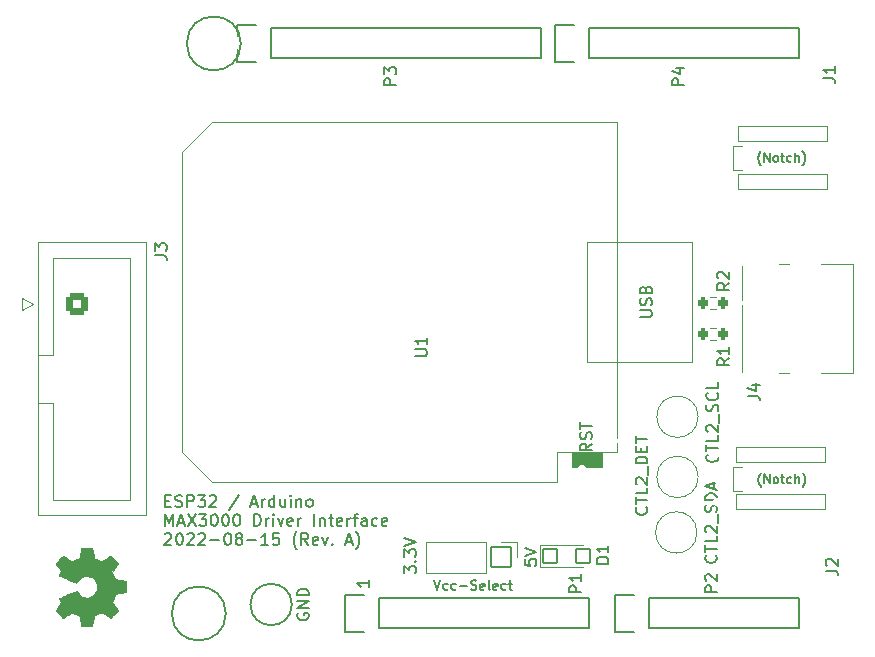
<source format=gbr>
%TF.GenerationSoftware,KiCad,Pcbnew,(6.0.0-0)*%
%TF.CreationDate,2022-08-16T19:59:54-06:00*%
%TF.ProjectId,FlippyControl,466c6970-7079-4436-9f6e-74726f6c2e6b,A*%
%TF.SameCoordinates,Original*%
%TF.FileFunction,Legend,Top*%
%TF.FilePolarity,Positive*%
%FSLAX46Y46*%
G04 Gerber Fmt 4.6, Leading zero omitted, Abs format (unit mm)*
G04 Created by KiCad (PCBNEW (6.0.0-0)) date 2022-08-16 19:59:54*
%MOMM*%
%LPD*%
G01*
G04 APERTURE LIST*
G04 Aperture macros list*
%AMRoundRect*
0 Rectangle with rounded corners*
0 $1 Rounding radius*
0 $2 $3 $4 $5 $6 $7 $8 $9 X,Y pos of 4 corners*
0 Add a 4 corners polygon primitive as box body*
4,1,4,$2,$3,$4,$5,$6,$7,$8,$9,$2,$3,0*
0 Add four circle primitives for the rounded corners*
1,1,$1+$1,$2,$3*
1,1,$1+$1,$4,$5*
1,1,$1+$1,$6,$7*
1,1,$1+$1,$8,$9*
0 Add four rect primitives between the rounded corners*
20,1,$1+$1,$2,$3,$4,$5,0*
20,1,$1+$1,$4,$5,$6,$7,0*
20,1,$1+$1,$6,$7,$8,$9,0*
20,1,$1+$1,$8,$9,$2,$3,0*%
G04 Aperture macros list end*
%ADD10C,0.120000*%
%ADD11C,0.150000*%
%ADD12C,0.127140*%
%ADD13C,0.100000*%
%ADD14C,0.010000*%
%ADD15O,1.727200X2.032000*%
%ADD16C,4.064000*%
%ADD17O,1.827200X2.132000*%
%ADD18C,4.164000*%
%ADD19RoundRect,0.050000X-0.600000X-0.600000X0.600000X-0.600000X0.600000X0.600000X-0.600000X0.600000X0*%
%ADD20C,1.500000*%
%ADD21C,2.900000*%
%ADD22O,0.800000X0.700000*%
%ADD23O,2.500000X1.000000*%
%ADD24O,1.800000X1.000000*%
%ADD25C,3.100000*%
%ADD26RoundRect,0.300000X-0.600000X-0.600000X0.600000X-0.600000X0.600000X0.600000X-0.600000X0.600000X0*%
%ADD27C,1.800000*%
%ADD28RoundRect,0.050000X-3.799586X0.649986X-3.799586X-0.649986X3.799586X-0.649986X3.799586X0.649986X0*%
%ADD29RoundRect,0.050000X-0.850000X0.850000X-0.850000X-0.850000X0.850000X-0.850000X0.850000X0.850000X0*%
%ADD30O,1.800000X1.800000*%
%ADD31RoundRect,0.250000X0.200000X0.275000X-0.200000X0.275000X-0.200000X-0.275000X0.200000X-0.275000X0*%
%ADD32C,0.700000*%
G04 APERTURE END LIST*
D10*
X170232400Y-84248877D02*
X170232400Y-86255477D01*
X170242400Y-113465000D02*
X170953600Y-113465000D01*
X170232400Y-86255477D02*
X170943600Y-86255477D01*
X170969000Y-84248877D02*
X170232400Y-84248877D01*
X170242400Y-111458400D02*
X170242400Y-113465000D01*
X170979000Y-111458400D02*
X170242400Y-111458400D01*
D11*
X122133595Y-114283571D02*
X122466928Y-114283571D01*
X122609785Y-114807380D02*
X122133595Y-114807380D01*
X122133595Y-113807380D01*
X122609785Y-113807380D01*
X122990738Y-114759761D02*
X123133595Y-114807380D01*
X123371690Y-114807380D01*
X123466928Y-114759761D01*
X123514547Y-114712142D01*
X123562166Y-114616904D01*
X123562166Y-114521666D01*
X123514547Y-114426428D01*
X123466928Y-114378809D01*
X123371690Y-114331190D01*
X123181214Y-114283571D01*
X123085976Y-114235952D01*
X123038357Y-114188333D01*
X122990738Y-114093095D01*
X122990738Y-113997857D01*
X123038357Y-113902619D01*
X123085976Y-113855000D01*
X123181214Y-113807380D01*
X123419309Y-113807380D01*
X123562166Y-113855000D01*
X123990738Y-114807380D02*
X123990738Y-113807380D01*
X124371690Y-113807380D01*
X124466928Y-113855000D01*
X124514547Y-113902619D01*
X124562166Y-113997857D01*
X124562166Y-114140714D01*
X124514547Y-114235952D01*
X124466928Y-114283571D01*
X124371690Y-114331190D01*
X123990738Y-114331190D01*
X124895500Y-113807380D02*
X125514547Y-113807380D01*
X125181214Y-114188333D01*
X125324071Y-114188333D01*
X125419309Y-114235952D01*
X125466928Y-114283571D01*
X125514547Y-114378809D01*
X125514547Y-114616904D01*
X125466928Y-114712142D01*
X125419309Y-114759761D01*
X125324071Y-114807380D01*
X125038357Y-114807380D01*
X124943119Y-114759761D01*
X124895500Y-114712142D01*
X125895500Y-113902619D02*
X125943119Y-113855000D01*
X126038357Y-113807380D01*
X126276452Y-113807380D01*
X126371690Y-113855000D01*
X126419309Y-113902619D01*
X126466928Y-113997857D01*
X126466928Y-114093095D01*
X126419309Y-114235952D01*
X125847880Y-114807380D01*
X126466928Y-114807380D01*
X128371690Y-113759761D02*
X127514547Y-115045476D01*
X129419309Y-114521666D02*
X129895500Y-114521666D01*
X129324071Y-114807380D02*
X129657404Y-113807380D01*
X129990738Y-114807380D01*
X130324071Y-114807380D02*
X130324071Y-114140714D01*
X130324071Y-114331190D02*
X130371690Y-114235952D01*
X130419309Y-114188333D01*
X130514547Y-114140714D01*
X130609785Y-114140714D01*
X131371690Y-114807380D02*
X131371690Y-113807380D01*
X131371690Y-114759761D02*
X131276452Y-114807380D01*
X131085976Y-114807380D01*
X130990738Y-114759761D01*
X130943119Y-114712142D01*
X130895500Y-114616904D01*
X130895500Y-114331190D01*
X130943119Y-114235952D01*
X130990738Y-114188333D01*
X131085976Y-114140714D01*
X131276452Y-114140714D01*
X131371690Y-114188333D01*
X132276452Y-114140714D02*
X132276452Y-114807380D01*
X131847880Y-114140714D02*
X131847880Y-114664523D01*
X131895500Y-114759761D01*
X131990738Y-114807380D01*
X132133595Y-114807380D01*
X132228833Y-114759761D01*
X132276452Y-114712142D01*
X132752642Y-114807380D02*
X132752642Y-114140714D01*
X132752642Y-113807380D02*
X132705023Y-113855000D01*
X132752642Y-113902619D01*
X132800261Y-113855000D01*
X132752642Y-113807380D01*
X132752642Y-113902619D01*
X133228833Y-114140714D02*
X133228833Y-114807380D01*
X133228833Y-114235952D02*
X133276452Y-114188333D01*
X133371690Y-114140714D01*
X133514547Y-114140714D01*
X133609785Y-114188333D01*
X133657404Y-114283571D01*
X133657404Y-114807380D01*
X134276452Y-114807380D02*
X134181214Y-114759761D01*
X134133595Y-114712142D01*
X134085976Y-114616904D01*
X134085976Y-114331190D01*
X134133595Y-114235952D01*
X134181214Y-114188333D01*
X134276452Y-114140714D01*
X134419309Y-114140714D01*
X134514547Y-114188333D01*
X134562166Y-114235952D01*
X134609785Y-114331190D01*
X134609785Y-114616904D01*
X134562166Y-114712142D01*
X134514547Y-114759761D01*
X134419309Y-114807380D01*
X134276452Y-114807380D01*
X122133595Y-116417380D02*
X122133595Y-115417380D01*
X122466928Y-116131666D01*
X122800261Y-115417380D01*
X122800261Y-116417380D01*
X123228833Y-116131666D02*
X123705023Y-116131666D01*
X123133595Y-116417380D02*
X123466928Y-115417380D01*
X123800261Y-116417380D01*
X124038357Y-115417380D02*
X124705023Y-116417380D01*
X124705023Y-115417380D02*
X124038357Y-116417380D01*
X124990738Y-115417380D02*
X125609785Y-115417380D01*
X125276452Y-115798333D01*
X125419309Y-115798333D01*
X125514547Y-115845952D01*
X125562166Y-115893571D01*
X125609785Y-115988809D01*
X125609785Y-116226904D01*
X125562166Y-116322142D01*
X125514547Y-116369761D01*
X125419309Y-116417380D01*
X125133595Y-116417380D01*
X125038357Y-116369761D01*
X124990738Y-116322142D01*
X126228833Y-115417380D02*
X126324071Y-115417380D01*
X126419309Y-115465000D01*
X126466928Y-115512619D01*
X126514547Y-115607857D01*
X126562166Y-115798333D01*
X126562166Y-116036428D01*
X126514547Y-116226904D01*
X126466928Y-116322142D01*
X126419309Y-116369761D01*
X126324071Y-116417380D01*
X126228833Y-116417380D01*
X126133595Y-116369761D01*
X126085976Y-116322142D01*
X126038357Y-116226904D01*
X125990738Y-116036428D01*
X125990738Y-115798333D01*
X126038357Y-115607857D01*
X126085976Y-115512619D01*
X126133595Y-115465000D01*
X126228833Y-115417380D01*
X127181214Y-115417380D02*
X127276452Y-115417380D01*
X127371690Y-115465000D01*
X127419309Y-115512619D01*
X127466928Y-115607857D01*
X127514547Y-115798333D01*
X127514547Y-116036428D01*
X127466928Y-116226904D01*
X127419309Y-116322142D01*
X127371690Y-116369761D01*
X127276452Y-116417380D01*
X127181214Y-116417380D01*
X127085976Y-116369761D01*
X127038357Y-116322142D01*
X126990738Y-116226904D01*
X126943119Y-116036428D01*
X126943119Y-115798333D01*
X126990738Y-115607857D01*
X127038357Y-115512619D01*
X127085976Y-115465000D01*
X127181214Y-115417380D01*
X128133595Y-115417380D02*
X128228833Y-115417380D01*
X128324071Y-115465000D01*
X128371690Y-115512619D01*
X128419309Y-115607857D01*
X128466928Y-115798333D01*
X128466928Y-116036428D01*
X128419309Y-116226904D01*
X128371690Y-116322142D01*
X128324071Y-116369761D01*
X128228833Y-116417380D01*
X128133595Y-116417380D01*
X128038357Y-116369761D01*
X127990738Y-116322142D01*
X127943119Y-116226904D01*
X127895500Y-116036428D01*
X127895500Y-115798333D01*
X127943119Y-115607857D01*
X127990738Y-115512619D01*
X128038357Y-115465000D01*
X128133595Y-115417380D01*
X129657404Y-116417380D02*
X129657404Y-115417380D01*
X129895500Y-115417380D01*
X130038357Y-115465000D01*
X130133595Y-115560238D01*
X130181214Y-115655476D01*
X130228833Y-115845952D01*
X130228833Y-115988809D01*
X130181214Y-116179285D01*
X130133595Y-116274523D01*
X130038357Y-116369761D01*
X129895500Y-116417380D01*
X129657404Y-116417380D01*
X130657404Y-116417380D02*
X130657404Y-115750714D01*
X130657404Y-115941190D02*
X130705023Y-115845952D01*
X130752642Y-115798333D01*
X130847880Y-115750714D01*
X130943119Y-115750714D01*
X131276452Y-116417380D02*
X131276452Y-115750714D01*
X131276452Y-115417380D02*
X131228833Y-115465000D01*
X131276452Y-115512619D01*
X131324071Y-115465000D01*
X131276452Y-115417380D01*
X131276452Y-115512619D01*
X131657404Y-115750714D02*
X131895500Y-116417380D01*
X132133595Y-115750714D01*
X132895500Y-116369761D02*
X132800261Y-116417380D01*
X132609785Y-116417380D01*
X132514547Y-116369761D01*
X132466928Y-116274523D01*
X132466928Y-115893571D01*
X132514547Y-115798333D01*
X132609785Y-115750714D01*
X132800261Y-115750714D01*
X132895500Y-115798333D01*
X132943119Y-115893571D01*
X132943119Y-115988809D01*
X132466928Y-116084047D01*
X133371690Y-116417380D02*
X133371690Y-115750714D01*
X133371690Y-115941190D02*
X133419309Y-115845952D01*
X133466928Y-115798333D01*
X133562166Y-115750714D01*
X133657404Y-115750714D01*
X134752642Y-116417380D02*
X134752642Y-115417380D01*
X135228833Y-115750714D02*
X135228833Y-116417380D01*
X135228833Y-115845952D02*
X135276452Y-115798333D01*
X135371690Y-115750714D01*
X135514547Y-115750714D01*
X135609785Y-115798333D01*
X135657404Y-115893571D01*
X135657404Y-116417380D01*
X135990738Y-115750714D02*
X136371690Y-115750714D01*
X136133595Y-115417380D02*
X136133595Y-116274523D01*
X136181214Y-116369761D01*
X136276452Y-116417380D01*
X136371690Y-116417380D01*
X137085976Y-116369761D02*
X136990738Y-116417380D01*
X136800261Y-116417380D01*
X136705023Y-116369761D01*
X136657404Y-116274523D01*
X136657404Y-115893571D01*
X136705023Y-115798333D01*
X136800261Y-115750714D01*
X136990738Y-115750714D01*
X137085976Y-115798333D01*
X137133595Y-115893571D01*
X137133595Y-115988809D01*
X136657404Y-116084047D01*
X137562166Y-116417380D02*
X137562166Y-115750714D01*
X137562166Y-115941190D02*
X137609785Y-115845952D01*
X137657404Y-115798333D01*
X137752642Y-115750714D01*
X137847880Y-115750714D01*
X138038357Y-115750714D02*
X138419309Y-115750714D01*
X138181214Y-116417380D02*
X138181214Y-115560238D01*
X138228833Y-115465000D01*
X138324071Y-115417380D01*
X138419309Y-115417380D01*
X139181214Y-116417380D02*
X139181214Y-115893571D01*
X139133595Y-115798333D01*
X139038357Y-115750714D01*
X138847880Y-115750714D01*
X138752642Y-115798333D01*
X139181214Y-116369761D02*
X139085976Y-116417380D01*
X138847880Y-116417380D01*
X138752642Y-116369761D01*
X138705023Y-116274523D01*
X138705023Y-116179285D01*
X138752642Y-116084047D01*
X138847880Y-116036428D01*
X139085976Y-116036428D01*
X139181214Y-115988809D01*
X140085976Y-116369761D02*
X139990738Y-116417380D01*
X139800261Y-116417380D01*
X139705023Y-116369761D01*
X139657404Y-116322142D01*
X139609785Y-116226904D01*
X139609785Y-115941190D01*
X139657404Y-115845952D01*
X139705023Y-115798333D01*
X139800261Y-115750714D01*
X139990738Y-115750714D01*
X140085976Y-115798333D01*
X140895500Y-116369761D02*
X140800261Y-116417380D01*
X140609785Y-116417380D01*
X140514547Y-116369761D01*
X140466928Y-116274523D01*
X140466928Y-115893571D01*
X140514547Y-115798333D01*
X140609785Y-115750714D01*
X140800261Y-115750714D01*
X140895500Y-115798333D01*
X140943119Y-115893571D01*
X140943119Y-115988809D01*
X140466928Y-116084047D01*
X122085976Y-117122619D02*
X122133595Y-117075000D01*
X122228833Y-117027380D01*
X122466928Y-117027380D01*
X122562166Y-117075000D01*
X122609785Y-117122619D01*
X122657404Y-117217857D01*
X122657404Y-117313095D01*
X122609785Y-117455952D01*
X122038357Y-118027380D01*
X122657404Y-118027380D01*
X123276452Y-117027380D02*
X123371690Y-117027380D01*
X123466928Y-117075000D01*
X123514547Y-117122619D01*
X123562166Y-117217857D01*
X123609785Y-117408333D01*
X123609785Y-117646428D01*
X123562166Y-117836904D01*
X123514547Y-117932142D01*
X123466928Y-117979761D01*
X123371690Y-118027380D01*
X123276452Y-118027380D01*
X123181214Y-117979761D01*
X123133595Y-117932142D01*
X123085976Y-117836904D01*
X123038357Y-117646428D01*
X123038357Y-117408333D01*
X123085976Y-117217857D01*
X123133595Y-117122619D01*
X123181214Y-117075000D01*
X123276452Y-117027380D01*
X123990738Y-117122619D02*
X124038357Y-117075000D01*
X124133595Y-117027380D01*
X124371690Y-117027380D01*
X124466928Y-117075000D01*
X124514547Y-117122619D01*
X124562166Y-117217857D01*
X124562166Y-117313095D01*
X124514547Y-117455952D01*
X123943119Y-118027380D01*
X124562166Y-118027380D01*
X124943119Y-117122619D02*
X124990738Y-117075000D01*
X125085976Y-117027380D01*
X125324071Y-117027380D01*
X125419309Y-117075000D01*
X125466928Y-117122619D01*
X125514547Y-117217857D01*
X125514547Y-117313095D01*
X125466928Y-117455952D01*
X124895500Y-118027380D01*
X125514547Y-118027380D01*
X125943119Y-117646428D02*
X126705023Y-117646428D01*
X127371690Y-117027380D02*
X127466928Y-117027380D01*
X127562166Y-117075000D01*
X127609785Y-117122619D01*
X127657404Y-117217857D01*
X127705023Y-117408333D01*
X127705023Y-117646428D01*
X127657404Y-117836904D01*
X127609785Y-117932142D01*
X127562166Y-117979761D01*
X127466928Y-118027380D01*
X127371690Y-118027380D01*
X127276452Y-117979761D01*
X127228833Y-117932142D01*
X127181214Y-117836904D01*
X127133595Y-117646428D01*
X127133595Y-117408333D01*
X127181214Y-117217857D01*
X127228833Y-117122619D01*
X127276452Y-117075000D01*
X127371690Y-117027380D01*
X128276452Y-117455952D02*
X128181214Y-117408333D01*
X128133595Y-117360714D01*
X128085976Y-117265476D01*
X128085976Y-117217857D01*
X128133595Y-117122619D01*
X128181214Y-117075000D01*
X128276452Y-117027380D01*
X128466928Y-117027380D01*
X128562166Y-117075000D01*
X128609785Y-117122619D01*
X128657404Y-117217857D01*
X128657404Y-117265476D01*
X128609785Y-117360714D01*
X128562166Y-117408333D01*
X128466928Y-117455952D01*
X128276452Y-117455952D01*
X128181214Y-117503571D01*
X128133595Y-117551190D01*
X128085976Y-117646428D01*
X128085976Y-117836904D01*
X128133595Y-117932142D01*
X128181214Y-117979761D01*
X128276452Y-118027380D01*
X128466928Y-118027380D01*
X128562166Y-117979761D01*
X128609785Y-117932142D01*
X128657404Y-117836904D01*
X128657404Y-117646428D01*
X128609785Y-117551190D01*
X128562166Y-117503571D01*
X128466928Y-117455952D01*
X129085976Y-117646428D02*
X129847880Y-117646428D01*
X130847880Y-118027380D02*
X130276452Y-118027380D01*
X130562166Y-118027380D02*
X130562166Y-117027380D01*
X130466928Y-117170238D01*
X130371690Y-117265476D01*
X130276452Y-117313095D01*
X131752642Y-117027380D02*
X131276452Y-117027380D01*
X131228833Y-117503571D01*
X131276452Y-117455952D01*
X131371690Y-117408333D01*
X131609785Y-117408333D01*
X131705023Y-117455952D01*
X131752642Y-117503571D01*
X131800261Y-117598809D01*
X131800261Y-117836904D01*
X131752642Y-117932142D01*
X131705023Y-117979761D01*
X131609785Y-118027380D01*
X131371690Y-118027380D01*
X131276452Y-117979761D01*
X131228833Y-117932142D01*
X133276452Y-118408333D02*
X133228833Y-118360714D01*
X133133595Y-118217857D01*
X133085976Y-118122619D01*
X133038357Y-117979761D01*
X132990738Y-117741666D01*
X132990738Y-117551190D01*
X133038357Y-117313095D01*
X133085976Y-117170238D01*
X133133595Y-117075000D01*
X133228833Y-116932142D01*
X133276452Y-116884523D01*
X134228833Y-118027380D02*
X133895500Y-117551190D01*
X133657404Y-118027380D02*
X133657404Y-117027380D01*
X134038357Y-117027380D01*
X134133595Y-117075000D01*
X134181214Y-117122619D01*
X134228833Y-117217857D01*
X134228833Y-117360714D01*
X134181214Y-117455952D01*
X134133595Y-117503571D01*
X134038357Y-117551190D01*
X133657404Y-117551190D01*
X135038357Y-117979761D02*
X134943119Y-118027380D01*
X134752642Y-118027380D01*
X134657404Y-117979761D01*
X134609785Y-117884523D01*
X134609785Y-117503571D01*
X134657404Y-117408333D01*
X134752642Y-117360714D01*
X134943119Y-117360714D01*
X135038357Y-117408333D01*
X135085976Y-117503571D01*
X135085976Y-117598809D01*
X134609785Y-117694047D01*
X135419309Y-117360714D02*
X135657404Y-118027380D01*
X135895500Y-117360714D01*
X136276452Y-117932142D02*
X136324071Y-117979761D01*
X136276452Y-118027380D01*
X136228833Y-117979761D01*
X136276452Y-117932142D01*
X136276452Y-118027380D01*
X137466928Y-117741666D02*
X137943119Y-117741666D01*
X137371690Y-118027380D02*
X137705023Y-117027380D01*
X138038357Y-118027380D01*
X138276452Y-118408333D02*
X138324071Y-118360714D01*
X138419309Y-118217857D01*
X138466928Y-118122619D01*
X138514547Y-117979761D01*
X138562166Y-117741666D01*
X138562166Y-117551190D01*
X138514547Y-117313095D01*
X138466928Y-117170238D01*
X138419309Y-117075000D01*
X138324071Y-116932142D01*
X138276452Y-116884523D01*
D12*
X172568600Y-113091833D02*
X172531866Y-113055100D01*
X172458400Y-112944900D01*
X172421666Y-112871433D01*
X172384933Y-112761233D01*
X172348200Y-112577566D01*
X172348200Y-112430633D01*
X172384933Y-112246966D01*
X172421666Y-112136766D01*
X172458400Y-112063300D01*
X172531866Y-111953100D01*
X172568600Y-111916366D01*
X172862466Y-112797966D02*
X172862466Y-112026566D01*
X173303266Y-112797966D01*
X173303266Y-112026566D01*
X173780800Y-112797966D02*
X173707333Y-112761233D01*
X173670600Y-112724500D01*
X173633866Y-112651033D01*
X173633866Y-112430633D01*
X173670600Y-112357166D01*
X173707333Y-112320433D01*
X173780800Y-112283700D01*
X173891000Y-112283700D01*
X173964466Y-112320433D01*
X174001200Y-112357166D01*
X174037933Y-112430633D01*
X174037933Y-112651033D01*
X174001200Y-112724500D01*
X173964466Y-112761233D01*
X173891000Y-112797966D01*
X173780800Y-112797966D01*
X174258333Y-112283700D02*
X174552200Y-112283700D01*
X174368533Y-112026566D02*
X174368533Y-112687766D01*
X174405266Y-112761233D01*
X174478733Y-112797966D01*
X174552200Y-112797966D01*
X175139933Y-112761233D02*
X175066466Y-112797966D01*
X174919533Y-112797966D01*
X174846066Y-112761233D01*
X174809333Y-112724500D01*
X174772600Y-112651033D01*
X174772600Y-112430633D01*
X174809333Y-112357166D01*
X174846066Y-112320433D01*
X174919533Y-112283700D01*
X175066466Y-112283700D01*
X175139933Y-112320433D01*
X175470533Y-112797966D02*
X175470533Y-112026566D01*
X175801133Y-112797966D02*
X175801133Y-112393900D01*
X175764400Y-112320433D01*
X175690933Y-112283700D01*
X175580733Y-112283700D01*
X175507266Y-112320433D01*
X175470533Y-112357166D01*
X176095000Y-113091833D02*
X176131733Y-113055100D01*
X176205200Y-112944900D01*
X176241933Y-112871433D01*
X176278666Y-112761233D01*
X176315400Y-112577566D01*
X176315400Y-112430633D01*
X176278666Y-112246966D01*
X176241933Y-112136766D01*
X176205200Y-112063300D01*
X176131733Y-111953100D01*
X176095000Y-111916366D01*
X172558600Y-85882310D02*
X172521866Y-85845577D01*
X172448400Y-85735377D01*
X172411666Y-85661910D01*
X172374933Y-85551710D01*
X172338200Y-85368043D01*
X172338200Y-85221110D01*
X172374933Y-85037443D01*
X172411666Y-84927243D01*
X172448400Y-84853777D01*
X172521866Y-84743577D01*
X172558600Y-84706843D01*
X172852466Y-85588443D02*
X172852466Y-84817043D01*
X173293266Y-85588443D01*
X173293266Y-84817043D01*
X173770800Y-85588443D02*
X173697333Y-85551710D01*
X173660600Y-85514977D01*
X173623866Y-85441510D01*
X173623866Y-85221110D01*
X173660600Y-85147643D01*
X173697333Y-85110910D01*
X173770800Y-85074177D01*
X173881000Y-85074177D01*
X173954466Y-85110910D01*
X173991200Y-85147643D01*
X174027933Y-85221110D01*
X174027933Y-85441510D01*
X173991200Y-85514977D01*
X173954466Y-85551710D01*
X173881000Y-85588443D01*
X173770800Y-85588443D01*
X174248333Y-85074177D02*
X174542200Y-85074177D01*
X174358533Y-84817043D02*
X174358533Y-85478243D01*
X174395266Y-85551710D01*
X174468733Y-85588443D01*
X174542200Y-85588443D01*
X175129933Y-85551710D02*
X175056466Y-85588443D01*
X174909533Y-85588443D01*
X174836066Y-85551710D01*
X174799333Y-85514977D01*
X174762600Y-85441510D01*
X174762600Y-85221110D01*
X174799333Y-85147643D01*
X174836066Y-85110910D01*
X174909533Y-85074177D01*
X175056466Y-85074177D01*
X175129933Y-85110910D01*
X175460533Y-85588443D02*
X175460533Y-84817043D01*
X175791133Y-85588443D02*
X175791133Y-85184377D01*
X175754400Y-85110910D01*
X175680933Y-85074177D01*
X175570733Y-85074177D01*
X175497266Y-85110910D01*
X175460533Y-85147643D01*
X176085000Y-85882310D02*
X176121733Y-85845577D01*
X176195200Y-85735377D01*
X176231933Y-85661910D01*
X176268666Y-85551710D01*
X176305400Y-85368043D01*
X176305400Y-85221110D01*
X176268666Y-85037443D01*
X176231933Y-84927243D01*
X176195200Y-84853777D01*
X176121733Y-84743577D01*
X176085000Y-84706843D01*
D11*
X139390380Y-120999285D02*
X139390380Y-121570714D01*
X139390380Y-121285000D02*
X138390380Y-121285000D01*
X138533238Y-121380238D01*
X138628476Y-121475476D01*
X138676095Y-121570714D01*
%TO.C,P1*%
X157350380Y-122023095D02*
X156350380Y-122023095D01*
X156350380Y-121642142D01*
X156398000Y-121546904D01*
X156445619Y-121499285D01*
X156540857Y-121451666D01*
X156683714Y-121451666D01*
X156778952Y-121499285D01*
X156826571Y-121546904D01*
X156874190Y-121642142D01*
X156874190Y-122023095D01*
X157350380Y-120499285D02*
X157350380Y-121070714D01*
X157350380Y-120785000D02*
X156350380Y-120785000D01*
X156493238Y-120880238D01*
X156588476Y-120975476D01*
X156636095Y-121070714D01*
%TO.C,P2*%
X168854380Y-122023095D02*
X167854380Y-122023095D01*
X167854380Y-121642142D01*
X167902000Y-121546904D01*
X167949619Y-121499285D01*
X168044857Y-121451666D01*
X168187714Y-121451666D01*
X168282952Y-121499285D01*
X168330571Y-121546904D01*
X168378190Y-121642142D01*
X168378190Y-122023095D01*
X167949619Y-121070714D02*
X167902000Y-121023095D01*
X167854380Y-120927857D01*
X167854380Y-120689761D01*
X167902000Y-120594523D01*
X167949619Y-120546904D01*
X168044857Y-120499285D01*
X168140095Y-120499285D01*
X168282952Y-120546904D01*
X168854380Y-121118333D01*
X168854380Y-120499285D01*
%TO.C,P3*%
X141676380Y-79097095D02*
X140676380Y-79097095D01*
X140676380Y-78716142D01*
X140724000Y-78620904D01*
X140771619Y-78573285D01*
X140866857Y-78525666D01*
X141009714Y-78525666D01*
X141104952Y-78573285D01*
X141152571Y-78620904D01*
X141200190Y-78716142D01*
X141200190Y-79097095D01*
X140676380Y-78192333D02*
X140676380Y-77573285D01*
X141057333Y-77906619D01*
X141057333Y-77763761D01*
X141104952Y-77668523D01*
X141152571Y-77620904D01*
X141247809Y-77573285D01*
X141485904Y-77573285D01*
X141581142Y-77620904D01*
X141628761Y-77668523D01*
X141676380Y-77763761D01*
X141676380Y-78049476D01*
X141628761Y-78144714D01*
X141581142Y-78192333D01*
%TO.C,P4*%
X166060380Y-79097095D02*
X165060380Y-79097095D01*
X165060380Y-78716142D01*
X165108000Y-78620904D01*
X165155619Y-78573285D01*
X165250857Y-78525666D01*
X165393714Y-78525666D01*
X165488952Y-78573285D01*
X165536571Y-78620904D01*
X165584190Y-78716142D01*
X165584190Y-79097095D01*
X165393714Y-77668523D02*
X166060380Y-77668523D01*
X165012761Y-77906619D02*
X165727047Y-78144714D01*
X165727047Y-77525666D01*
%TO.C,D1*%
X159650380Y-119603095D02*
X158650380Y-119603095D01*
X158650380Y-119365000D01*
X158698000Y-119222142D01*
X158793238Y-119126904D01*
X158888476Y-119079285D01*
X159078952Y-119031666D01*
X159221809Y-119031666D01*
X159412285Y-119079285D01*
X159507523Y-119126904D01*
X159602761Y-119222142D01*
X159650380Y-119365000D01*
X159650380Y-119603095D01*
X159650380Y-118079285D02*
X159650380Y-118650714D01*
X159650380Y-118365000D02*
X158650380Y-118365000D01*
X158793238Y-118460238D01*
X158888476Y-118555476D01*
X158936095Y-118650714D01*
%TO.C,U1*%
X143280380Y-102036904D02*
X144089904Y-102036904D01*
X144185142Y-101989285D01*
X144232761Y-101941666D01*
X144280380Y-101846428D01*
X144280380Y-101655952D01*
X144232761Y-101560714D01*
X144185142Y-101513095D01*
X144089904Y-101465476D01*
X143280380Y-101465476D01*
X144280380Y-100465476D02*
X144280380Y-101036904D01*
X144280380Y-100751190D02*
X143280380Y-100751190D01*
X143423238Y-100846428D01*
X143518476Y-100941666D01*
X143566095Y-101036904D01*
X158250380Y-109442619D02*
X157774190Y-109775952D01*
X158250380Y-110014047D02*
X157250380Y-110014047D01*
X157250380Y-109633095D01*
X157298000Y-109537857D01*
X157345619Y-109490238D01*
X157440857Y-109442619D01*
X157583714Y-109442619D01*
X157678952Y-109490238D01*
X157726571Y-109537857D01*
X157774190Y-109633095D01*
X157774190Y-110014047D01*
X158202761Y-109061666D02*
X158250380Y-108918809D01*
X158250380Y-108680714D01*
X158202761Y-108585476D01*
X158155142Y-108537857D01*
X158059904Y-108490238D01*
X157964666Y-108490238D01*
X157869428Y-108537857D01*
X157821809Y-108585476D01*
X157774190Y-108680714D01*
X157726571Y-108871190D01*
X157678952Y-108966428D01*
X157631333Y-109014047D01*
X157536095Y-109061666D01*
X157440857Y-109061666D01*
X157345619Y-109014047D01*
X157298000Y-108966428D01*
X157250380Y-108871190D01*
X157250380Y-108633095D01*
X157298000Y-108490238D01*
X157250380Y-108204523D02*
X157250380Y-107633095D01*
X158250380Y-107918809D02*
X157250380Y-107918809D01*
X162330380Y-98726904D02*
X163139904Y-98726904D01*
X163235142Y-98679285D01*
X163282761Y-98631666D01*
X163330380Y-98536428D01*
X163330380Y-98345952D01*
X163282761Y-98250714D01*
X163235142Y-98203095D01*
X163139904Y-98155476D01*
X162330380Y-98155476D01*
X163282761Y-97726904D02*
X163330380Y-97584047D01*
X163330380Y-97345952D01*
X163282761Y-97250714D01*
X163235142Y-97203095D01*
X163139904Y-97155476D01*
X163044666Y-97155476D01*
X162949428Y-97203095D01*
X162901809Y-97250714D01*
X162854190Y-97345952D01*
X162806571Y-97536428D01*
X162758952Y-97631666D01*
X162711333Y-97679285D01*
X162616095Y-97726904D01*
X162520857Y-97726904D01*
X162425619Y-97679285D01*
X162378000Y-97631666D01*
X162330380Y-97536428D01*
X162330380Y-97298333D01*
X162378000Y-97155476D01*
X162806571Y-96393571D02*
X162854190Y-96250714D01*
X162901809Y-96203095D01*
X162997047Y-96155476D01*
X163139904Y-96155476D01*
X163235142Y-96203095D01*
X163282761Y-96250714D01*
X163330380Y-96345952D01*
X163330380Y-96726904D01*
X162330380Y-96726904D01*
X162330380Y-96393571D01*
X162378000Y-96298333D01*
X162425619Y-96250714D01*
X162520857Y-96203095D01*
X162616095Y-96203095D01*
X162711333Y-96250714D01*
X162758952Y-96298333D01*
X162806571Y-96393571D01*
X162806571Y-96726904D01*
%TO.C,TP7*%
X133348000Y-123826904D02*
X133300380Y-123922142D01*
X133300380Y-124065000D01*
X133348000Y-124207857D01*
X133443238Y-124303095D01*
X133538476Y-124350714D01*
X133728952Y-124398333D01*
X133871809Y-124398333D01*
X134062285Y-124350714D01*
X134157523Y-124303095D01*
X134252761Y-124207857D01*
X134300380Y-124065000D01*
X134300380Y-123969761D01*
X134252761Y-123826904D01*
X134205142Y-123779285D01*
X133871809Y-123779285D01*
X133871809Y-123969761D01*
X134300380Y-123350714D02*
X133300380Y-123350714D01*
X134300380Y-122779285D01*
X133300380Y-122779285D01*
X134300380Y-122303095D02*
X133300380Y-122303095D01*
X133300380Y-122065000D01*
X133348000Y-121922142D01*
X133443238Y-121826904D01*
X133538476Y-121779285D01*
X133728952Y-121731666D01*
X133871809Y-121731666D01*
X134062285Y-121779285D01*
X134157523Y-121826904D01*
X134252761Y-121922142D01*
X134300380Y-122065000D01*
X134300380Y-122303095D01*
%TO.C,J4*%
X171450380Y-105398333D02*
X172164666Y-105398333D01*
X172307523Y-105445952D01*
X172402761Y-105541190D01*
X172450380Y-105684047D01*
X172450380Y-105779285D01*
X171783714Y-104493571D02*
X172450380Y-104493571D01*
X171402761Y-104731666D02*
X172117047Y-104969761D01*
X172117047Y-104350714D01*
%TO.C,TP3*%
X168755142Y-118903095D02*
X168802761Y-118950714D01*
X168850380Y-119093571D01*
X168850380Y-119188809D01*
X168802761Y-119331666D01*
X168707523Y-119426904D01*
X168612285Y-119474523D01*
X168421809Y-119522142D01*
X168278952Y-119522142D01*
X168088476Y-119474523D01*
X167993238Y-119426904D01*
X167898000Y-119331666D01*
X167850380Y-119188809D01*
X167850380Y-119093571D01*
X167898000Y-118950714D01*
X167945619Y-118903095D01*
X167850380Y-118617380D02*
X167850380Y-118045952D01*
X168850380Y-118331666D02*
X167850380Y-118331666D01*
X168850380Y-117236428D02*
X168850380Y-117712619D01*
X167850380Y-117712619D01*
X167945619Y-116950714D02*
X167898000Y-116903095D01*
X167850380Y-116807857D01*
X167850380Y-116569761D01*
X167898000Y-116474523D01*
X167945619Y-116426904D01*
X168040857Y-116379285D01*
X168136095Y-116379285D01*
X168278952Y-116426904D01*
X168850380Y-116998333D01*
X168850380Y-116379285D01*
X168945619Y-116188809D02*
X168945619Y-115426904D01*
X168802761Y-115236428D02*
X168850380Y-115093571D01*
X168850380Y-114855476D01*
X168802761Y-114760238D01*
X168755142Y-114712619D01*
X168659904Y-114665000D01*
X168564666Y-114665000D01*
X168469428Y-114712619D01*
X168421809Y-114760238D01*
X168374190Y-114855476D01*
X168326571Y-115045952D01*
X168278952Y-115141190D01*
X168231333Y-115188809D01*
X168136095Y-115236428D01*
X168040857Y-115236428D01*
X167945619Y-115188809D01*
X167898000Y-115141190D01*
X167850380Y-115045952D01*
X167850380Y-114807857D01*
X167898000Y-114665000D01*
X168850380Y-114236428D02*
X167850380Y-114236428D01*
X167850380Y-113998333D01*
X167898000Y-113855476D01*
X167993238Y-113760238D01*
X168088476Y-113712619D01*
X168278952Y-113665000D01*
X168421809Y-113665000D01*
X168612285Y-113712619D01*
X168707523Y-113760238D01*
X168802761Y-113855476D01*
X168850380Y-113998333D01*
X168850380Y-114236428D01*
X168564666Y-113284047D02*
X168564666Y-112807857D01*
X168850380Y-113379285D02*
X167850380Y-113045952D01*
X168850380Y-112712619D01*
%TO.C,TP1*%
X168855142Y-110379285D02*
X168902761Y-110426904D01*
X168950380Y-110569761D01*
X168950380Y-110665000D01*
X168902761Y-110807857D01*
X168807523Y-110903095D01*
X168712285Y-110950714D01*
X168521809Y-110998333D01*
X168378952Y-110998333D01*
X168188476Y-110950714D01*
X168093238Y-110903095D01*
X167998000Y-110807857D01*
X167950380Y-110665000D01*
X167950380Y-110569761D01*
X167998000Y-110426904D01*
X168045619Y-110379285D01*
X167950380Y-110093571D02*
X167950380Y-109522142D01*
X168950380Y-109807857D02*
X167950380Y-109807857D01*
X168950380Y-108712619D02*
X168950380Y-109188809D01*
X167950380Y-109188809D01*
X168045619Y-108426904D02*
X167998000Y-108379285D01*
X167950380Y-108284047D01*
X167950380Y-108045952D01*
X167998000Y-107950714D01*
X168045619Y-107903095D01*
X168140857Y-107855476D01*
X168236095Y-107855476D01*
X168378952Y-107903095D01*
X168950380Y-108474523D01*
X168950380Y-107855476D01*
X169045619Y-107665000D02*
X169045619Y-106903095D01*
X168902761Y-106712619D02*
X168950380Y-106569761D01*
X168950380Y-106331666D01*
X168902761Y-106236428D01*
X168855142Y-106188809D01*
X168759904Y-106141190D01*
X168664666Y-106141190D01*
X168569428Y-106188809D01*
X168521809Y-106236428D01*
X168474190Y-106331666D01*
X168426571Y-106522142D01*
X168378952Y-106617380D01*
X168331333Y-106665000D01*
X168236095Y-106712619D01*
X168140857Y-106712619D01*
X168045619Y-106665000D01*
X167998000Y-106617380D01*
X167950380Y-106522142D01*
X167950380Y-106284047D01*
X167998000Y-106141190D01*
X168855142Y-105141190D02*
X168902761Y-105188809D01*
X168950380Y-105331666D01*
X168950380Y-105426904D01*
X168902761Y-105569761D01*
X168807523Y-105665000D01*
X168712285Y-105712619D01*
X168521809Y-105760238D01*
X168378952Y-105760238D01*
X168188476Y-105712619D01*
X168093238Y-105665000D01*
X167998000Y-105569761D01*
X167950380Y-105426904D01*
X167950380Y-105331666D01*
X167998000Y-105188809D01*
X168045619Y-105141190D01*
X168950380Y-104236428D02*
X168950380Y-104712619D01*
X167950380Y-104712619D01*
%TO.C,J3*%
X121250380Y-93498333D02*
X121964666Y-93498333D01*
X122107523Y-93545952D01*
X122202761Y-93641190D01*
X122250380Y-93784047D01*
X122250380Y-93879285D01*
X121250380Y-93117380D02*
X121250380Y-92498333D01*
X121631333Y-92831666D01*
X121631333Y-92688809D01*
X121678952Y-92593571D01*
X121726571Y-92545952D01*
X121821809Y-92498333D01*
X122059904Y-92498333D01*
X122155142Y-92545952D01*
X122202761Y-92593571D01*
X122250380Y-92688809D01*
X122250380Y-92974523D01*
X122202761Y-93069761D01*
X122155142Y-93117380D01*
%TO.C,J1*%
X177850380Y-78498333D02*
X178564666Y-78498333D01*
X178707523Y-78545952D01*
X178802761Y-78641190D01*
X178850380Y-78784047D01*
X178850380Y-78879285D01*
X178850380Y-77498333D02*
X178850380Y-78069761D01*
X178850380Y-77784047D02*
X177850380Y-77784047D01*
X177993238Y-77879285D01*
X178088476Y-77974523D01*
X178136095Y-78069761D01*
%TO.C,JP1*%
X144902761Y-121026904D02*
X145169428Y-121826904D01*
X145436095Y-121026904D01*
X146045619Y-121788809D02*
X145969428Y-121826904D01*
X145817047Y-121826904D01*
X145740857Y-121788809D01*
X145702761Y-121750714D01*
X145664666Y-121674523D01*
X145664666Y-121445952D01*
X145702761Y-121369761D01*
X145740857Y-121331666D01*
X145817047Y-121293571D01*
X145969428Y-121293571D01*
X146045619Y-121331666D01*
X146731333Y-121788809D02*
X146655142Y-121826904D01*
X146502761Y-121826904D01*
X146426571Y-121788809D01*
X146388476Y-121750714D01*
X146350380Y-121674523D01*
X146350380Y-121445952D01*
X146388476Y-121369761D01*
X146426571Y-121331666D01*
X146502761Y-121293571D01*
X146655142Y-121293571D01*
X146731333Y-121331666D01*
X147074190Y-121522142D02*
X147683714Y-121522142D01*
X148026571Y-121788809D02*
X148140857Y-121826904D01*
X148331333Y-121826904D01*
X148407523Y-121788809D01*
X148445619Y-121750714D01*
X148483714Y-121674523D01*
X148483714Y-121598333D01*
X148445619Y-121522142D01*
X148407523Y-121484047D01*
X148331333Y-121445952D01*
X148178952Y-121407857D01*
X148102761Y-121369761D01*
X148064666Y-121331666D01*
X148026571Y-121255476D01*
X148026571Y-121179285D01*
X148064666Y-121103095D01*
X148102761Y-121065000D01*
X148178952Y-121026904D01*
X148369428Y-121026904D01*
X148483714Y-121065000D01*
X149131333Y-121788809D02*
X149055142Y-121826904D01*
X148902761Y-121826904D01*
X148826571Y-121788809D01*
X148788476Y-121712619D01*
X148788476Y-121407857D01*
X148826571Y-121331666D01*
X148902761Y-121293571D01*
X149055142Y-121293571D01*
X149131333Y-121331666D01*
X149169428Y-121407857D01*
X149169428Y-121484047D01*
X148788476Y-121560238D01*
X149626571Y-121826904D02*
X149550380Y-121788809D01*
X149512285Y-121712619D01*
X149512285Y-121026904D01*
X150236095Y-121788809D02*
X150159904Y-121826904D01*
X150007523Y-121826904D01*
X149931333Y-121788809D01*
X149893238Y-121712619D01*
X149893238Y-121407857D01*
X149931333Y-121331666D01*
X150007523Y-121293571D01*
X150159904Y-121293571D01*
X150236095Y-121331666D01*
X150274190Y-121407857D01*
X150274190Y-121484047D01*
X149893238Y-121560238D01*
X150959904Y-121788809D02*
X150883714Y-121826904D01*
X150731333Y-121826904D01*
X150655142Y-121788809D01*
X150617047Y-121750714D01*
X150578952Y-121674523D01*
X150578952Y-121445952D01*
X150617047Y-121369761D01*
X150655142Y-121331666D01*
X150731333Y-121293571D01*
X150883714Y-121293571D01*
X150959904Y-121331666D01*
X151188476Y-121293571D02*
X151493238Y-121293571D01*
X151302761Y-121026904D02*
X151302761Y-121712619D01*
X151340857Y-121788809D01*
X151417047Y-121826904D01*
X151493238Y-121826904D01*
X142350380Y-120441190D02*
X142350380Y-119822142D01*
X142731333Y-120155476D01*
X142731333Y-120012619D01*
X142778952Y-119917380D01*
X142826571Y-119869761D01*
X142921809Y-119822142D01*
X143159904Y-119822142D01*
X143255142Y-119869761D01*
X143302761Y-119917380D01*
X143350380Y-120012619D01*
X143350380Y-120298333D01*
X143302761Y-120393571D01*
X143255142Y-120441190D01*
X143255142Y-119393571D02*
X143302761Y-119345952D01*
X143350380Y-119393571D01*
X143302761Y-119441190D01*
X143255142Y-119393571D01*
X143350380Y-119393571D01*
X142350380Y-119012619D02*
X142350380Y-118393571D01*
X142731333Y-118726904D01*
X142731333Y-118584047D01*
X142778952Y-118488809D01*
X142826571Y-118441190D01*
X142921809Y-118393571D01*
X143159904Y-118393571D01*
X143255142Y-118441190D01*
X143302761Y-118488809D01*
X143350380Y-118584047D01*
X143350380Y-118869761D01*
X143302761Y-118965000D01*
X143255142Y-119012619D01*
X142350380Y-118107857D02*
X143350380Y-117774523D01*
X142350380Y-117441190D01*
X152550380Y-119255476D02*
X152550380Y-119731666D01*
X153026571Y-119779285D01*
X152978952Y-119731666D01*
X152931333Y-119636428D01*
X152931333Y-119398333D01*
X152978952Y-119303095D01*
X153026571Y-119255476D01*
X153121809Y-119207857D01*
X153359904Y-119207857D01*
X153455142Y-119255476D01*
X153502761Y-119303095D01*
X153550380Y-119398333D01*
X153550380Y-119636428D01*
X153502761Y-119731666D01*
X153455142Y-119779285D01*
X152550380Y-118922142D02*
X153550380Y-118588809D01*
X152550380Y-118255476D01*
%TO.C,J2*%
X178050380Y-120198333D02*
X178764666Y-120198333D01*
X178907523Y-120245952D01*
X179002761Y-120341190D01*
X179050380Y-120484047D01*
X179050380Y-120579285D01*
X178145619Y-119769761D02*
X178098000Y-119722142D01*
X178050380Y-119626904D01*
X178050380Y-119388809D01*
X178098000Y-119293571D01*
X178145619Y-119245952D01*
X178240857Y-119198333D01*
X178336095Y-119198333D01*
X178478952Y-119245952D01*
X179050380Y-119817380D01*
X179050380Y-119198333D01*
%TO.C,TP5*%
X162855142Y-114831666D02*
X162902761Y-114879285D01*
X162950380Y-115022142D01*
X162950380Y-115117380D01*
X162902761Y-115260238D01*
X162807523Y-115355476D01*
X162712285Y-115403095D01*
X162521809Y-115450714D01*
X162378952Y-115450714D01*
X162188476Y-115403095D01*
X162093238Y-115355476D01*
X161998000Y-115260238D01*
X161950380Y-115117380D01*
X161950380Y-115022142D01*
X161998000Y-114879285D01*
X162045619Y-114831666D01*
X161950380Y-114545952D02*
X161950380Y-113974523D01*
X162950380Y-114260238D02*
X161950380Y-114260238D01*
X162950380Y-113165000D02*
X162950380Y-113641190D01*
X161950380Y-113641190D01*
X162045619Y-112879285D02*
X161998000Y-112831666D01*
X161950380Y-112736428D01*
X161950380Y-112498333D01*
X161998000Y-112403095D01*
X162045619Y-112355476D01*
X162140857Y-112307857D01*
X162236095Y-112307857D01*
X162378952Y-112355476D01*
X162950380Y-112926904D01*
X162950380Y-112307857D01*
X163045619Y-112117380D02*
X163045619Y-111355476D01*
X162950380Y-111117380D02*
X161950380Y-111117380D01*
X161950380Y-110879285D01*
X161998000Y-110736428D01*
X162093238Y-110641190D01*
X162188476Y-110593571D01*
X162378952Y-110545952D01*
X162521809Y-110545952D01*
X162712285Y-110593571D01*
X162807523Y-110641190D01*
X162902761Y-110736428D01*
X162950380Y-110879285D01*
X162950380Y-111117380D01*
X162426571Y-110117380D02*
X162426571Y-109784047D01*
X162950380Y-109641190D02*
X162950380Y-110117380D01*
X161950380Y-110117380D01*
X161950380Y-109641190D01*
X161950380Y-109355476D02*
X161950380Y-108784047D01*
X162950380Y-109069761D02*
X161950380Y-109069761D01*
%TO.C,R2*%
X169875380Y-95831666D02*
X169399190Y-96165000D01*
X169875380Y-96403095D02*
X168875380Y-96403095D01*
X168875380Y-96022142D01*
X168923000Y-95926904D01*
X168970619Y-95879285D01*
X169065857Y-95831666D01*
X169208714Y-95831666D01*
X169303952Y-95879285D01*
X169351571Y-95926904D01*
X169399190Y-96022142D01*
X169399190Y-96403095D01*
X168970619Y-95450714D02*
X168923000Y-95403095D01*
X168875380Y-95307857D01*
X168875380Y-95069761D01*
X168923000Y-94974523D01*
X168970619Y-94926904D01*
X169065857Y-94879285D01*
X169161095Y-94879285D01*
X169303952Y-94926904D01*
X169875380Y-95498333D01*
X169875380Y-94879285D01*
%TO.C,R1*%
X169875380Y-102231666D02*
X169399190Y-102565000D01*
X169875380Y-102803095D02*
X168875380Y-102803095D01*
X168875380Y-102422142D01*
X168923000Y-102326904D01*
X168970619Y-102279285D01*
X169065857Y-102231666D01*
X169208714Y-102231666D01*
X169303952Y-102279285D01*
X169351571Y-102326904D01*
X169399190Y-102422142D01*
X169399190Y-102803095D01*
X169875380Y-101279285D02*
X169875380Y-101850714D01*
X169875380Y-101565000D02*
X168875380Y-101565000D01*
X169018238Y-101660238D01*
X169113476Y-101755476D01*
X169161095Y-101850714D01*
%TO.C,P1*%
X157988000Y-125095000D02*
X157988000Y-122555000D01*
X140208000Y-125095000D02*
X157988000Y-125095000D01*
X157988000Y-122555000D02*
X140208000Y-122555000D01*
X138938000Y-122275000D02*
X137388000Y-122275000D01*
X137388000Y-122275000D02*
X137388000Y-125375000D01*
X137388000Y-125375000D02*
X138938000Y-125375000D01*
X140208000Y-125095000D02*
X140208000Y-122555000D01*
%TO.C,P2*%
X163068000Y-125095000D02*
X163068000Y-122555000D01*
X161798000Y-122275000D02*
X160248000Y-122275000D01*
X175768000Y-122555000D02*
X163068000Y-122555000D01*
X163068000Y-125095000D02*
X175768000Y-125095000D01*
X175768000Y-125095000D02*
X175768000Y-122555000D01*
X160248000Y-122275000D02*
X160248000Y-125375000D01*
X160248000Y-125375000D02*
X161798000Y-125375000D01*
%TO.C,P3*%
X128244000Y-74015000D02*
X128244000Y-77115000D01*
X131064000Y-76835000D02*
X153924000Y-76835000D01*
X153924000Y-76835000D02*
X153924000Y-74295000D01*
X153924000Y-74295000D02*
X131064000Y-74295000D01*
X129794000Y-74015000D02*
X128244000Y-74015000D01*
X128244000Y-77115000D02*
X129794000Y-77115000D01*
X131064000Y-76835000D02*
X131064000Y-74295000D01*
%TO.C,P4*%
X175768000Y-74295000D02*
X157988000Y-74295000D01*
X155168000Y-77115000D02*
X156718000Y-77115000D01*
X157988000Y-76835000D02*
X175768000Y-76835000D01*
X157988000Y-76835000D02*
X157988000Y-74295000D01*
X156718000Y-74015000D02*
X155168000Y-74015000D01*
X175768000Y-76835000D02*
X175768000Y-74295000D01*
X155168000Y-74015000D02*
X155168000Y-77115000D01*
%TO.C,P5*%
X127254000Y-123825000D02*
G75*
G03*
X127254000Y-123825000I-2286000J0D01*
G01*
%TO.C,P7*%
X128524000Y-75565000D02*
G75*
G03*
X128524000Y-75565000I-2286000J0D01*
G01*
D10*
%TO.C,D1*%
X153838000Y-119915000D02*
X157498000Y-119915000D01*
X153838000Y-118015000D02*
X153838000Y-119915000D01*
X153838000Y-118015000D02*
X157498000Y-118015000D01*
%TO.C,U1*%
X123508000Y-84765000D02*
X123508000Y-108895000D01*
X123508000Y-110165000D02*
X126048000Y-112705000D01*
X157798000Y-102545000D02*
X157798000Y-92385000D01*
X166688000Y-102545000D02*
X166688000Y-92385000D01*
X166688000Y-92385000D02*
X160338000Y-92385000D01*
X155258000Y-112705000D02*
X155258000Y-110165000D01*
X157798000Y-92385000D02*
X160338000Y-92385000D01*
X160338000Y-102545000D02*
X157798000Y-102545000D01*
X160338000Y-102545000D02*
X166688000Y-102545000D01*
X123508000Y-110165000D02*
X123508000Y-108895000D01*
X123508000Y-84765000D02*
X126048000Y-82225000D01*
X126048000Y-112705000D02*
X155258000Y-112705000D01*
X155258000Y-110165000D02*
X160338000Y-110165000D01*
X160338000Y-110165000D02*
X160338000Y-82225000D01*
X126048000Y-82225000D02*
X160338000Y-82225000D01*
D13*
X159068000Y-111435000D02*
X156528000Y-111435000D01*
X156528000Y-111435000D02*
X156528000Y-110165000D01*
X156528000Y-110165000D02*
X159068000Y-110165000D01*
X159068000Y-110165000D02*
X159068000Y-111435000D01*
G36*
X159068000Y-111435000D02*
G01*
X156528000Y-111435000D01*
X156528000Y-110165000D01*
X159068000Y-110165000D01*
X159068000Y-111435000D01*
G37*
X159068000Y-111435000D02*
X156528000Y-111435000D01*
X156528000Y-110165000D01*
X159068000Y-110165000D01*
X159068000Y-111435000D01*
D11*
%TO.C,TP7*%
X132848000Y-123065000D02*
G75*
G03*
X132848000Y-123065000I-1750000J0D01*
G01*
D10*
%TO.C,J4*%
X174073000Y-94270000D02*
X174973000Y-94270000D01*
X177673000Y-94270000D02*
X180403000Y-94270000D01*
X174073000Y-103460000D02*
X174973000Y-103460000D01*
X177673000Y-103460000D02*
X180403000Y-103460000D01*
X170993000Y-103340000D02*
X170993000Y-94390000D01*
X180403000Y-103460000D02*
X180403000Y-94270000D01*
%TO.C,TP3*%
X167148000Y-116965000D02*
G75*
G03*
X167148000Y-116965000I-1750000J0D01*
G01*
%TO.C,TP1*%
X167248000Y-107165000D02*
G75*
G03*
X167248000Y-107165000I-1750000J0D01*
G01*
%TO.C,J3*%
X112665500Y-93705000D02*
X119165500Y-93705000D01*
X112665500Y-106015000D02*
X111355500Y-106015000D01*
X111355500Y-92405000D02*
X120475500Y-92405000D01*
X112665500Y-101915000D02*
X112665500Y-93705000D01*
X119165500Y-93705000D02*
X119165500Y-114225000D01*
X119165500Y-114225000D02*
X112665500Y-114225000D01*
X111355500Y-101915000D02*
X112665500Y-101915000D01*
X111355500Y-115525000D02*
X111355500Y-92405000D01*
X109965500Y-98115000D02*
X110965500Y-97615000D01*
X110965500Y-97615000D02*
X109965500Y-97115000D01*
X120475500Y-92405000D02*
X120475500Y-115525000D01*
X109965500Y-97115000D02*
X109965500Y-98115000D01*
X112665500Y-114225000D02*
X112665500Y-106015000D01*
X112665500Y-106015000D02*
X112665500Y-106015000D01*
X120475500Y-115525000D02*
X111355500Y-115525000D01*
%TO.C,JP1*%
X150598000Y-117735000D02*
X151928000Y-117735000D01*
X149328000Y-117735000D02*
X144188000Y-117735000D01*
X149328000Y-120395000D02*
X144188000Y-120395000D01*
X151928000Y-117735000D02*
X151928000Y-119065000D01*
X144188000Y-117735000D02*
X144188000Y-120395000D01*
X149328000Y-117735000D02*
X149328000Y-120395000D01*
%TO.C,TP5*%
X167248000Y-112265000D02*
G75*
G03*
X167248000Y-112265000I-1750000J0D01*
G01*
%TO.C,R2*%
X168735258Y-97042500D02*
X168260742Y-97042500D01*
X168735258Y-98087500D02*
X168260742Y-98087500D01*
%TO.C,R1*%
X168735258Y-99642500D02*
X168260742Y-99642500D01*
X168735258Y-100687500D02*
X168260742Y-100687500D01*
D14*
%TO.C,REF\u002A\u002A*%
X118329069Y-122120814D02*
X117884445Y-122204635D01*
X117884445Y-122204635D02*
X117756947Y-122513920D01*
X117756947Y-122513920D02*
X117629449Y-122823206D01*
X117629449Y-122823206D02*
X117881754Y-123194246D01*
X117881754Y-123194246D02*
X117952004Y-123298157D01*
X117952004Y-123298157D02*
X118014728Y-123392087D01*
X118014728Y-123392087D02*
X118067062Y-123471652D01*
X118067062Y-123471652D02*
X118106143Y-123532470D01*
X118106143Y-123532470D02*
X118129107Y-123570157D01*
X118129107Y-123570157D02*
X118134058Y-123580421D01*
X118134058Y-123580421D02*
X118121324Y-123598910D01*
X118121324Y-123598910D02*
X118086118Y-123638420D01*
X118086118Y-123638420D02*
X118032938Y-123694522D01*
X118032938Y-123694522D02*
X117966282Y-123762787D01*
X117966282Y-123762787D02*
X117890646Y-123838786D01*
X117890646Y-123838786D02*
X117810528Y-123918092D01*
X117810528Y-123918092D02*
X117730426Y-123996275D01*
X117730426Y-123996275D02*
X117654836Y-124068907D01*
X117654836Y-124068907D02*
X117588255Y-124131559D01*
X117588255Y-124131559D02*
X117535182Y-124179803D01*
X117535182Y-124179803D02*
X117500113Y-124209210D01*
X117500113Y-124209210D02*
X117488377Y-124216241D01*
X117488377Y-124216241D02*
X117466740Y-124206123D01*
X117466740Y-124206123D02*
X117419338Y-124177759D01*
X117419338Y-124177759D02*
X117350807Y-124134129D01*
X117350807Y-124134129D02*
X117265785Y-124078218D01*
X117265785Y-124078218D02*
X117168907Y-124013006D01*
X117168907Y-124013006D02*
X117113650Y-123975219D01*
X117113650Y-123975219D02*
X117012752Y-123906343D01*
X117012752Y-123906343D02*
X116921701Y-123845140D01*
X116921701Y-123845140D02*
X116845030Y-123794578D01*
X116845030Y-123794578D02*
X116787272Y-123757628D01*
X116787272Y-123757628D02*
X116752957Y-123737258D01*
X116752957Y-123737258D02*
X116745746Y-123734197D01*
X116745746Y-123734197D02*
X116725252Y-123741136D01*
X116725252Y-123741136D02*
X116677487Y-123760051D01*
X116677487Y-123760051D02*
X116609168Y-123788087D01*
X116609168Y-123788087D02*
X116527011Y-123822391D01*
X116527011Y-123822391D02*
X116437730Y-123860109D01*
X116437730Y-123860109D02*
X116348042Y-123898387D01*
X116348042Y-123898387D02*
X116264662Y-123934370D01*
X116264662Y-123934370D02*
X116194306Y-123965206D01*
X116194306Y-123965206D02*
X116143690Y-123988039D01*
X116143690Y-123988039D02*
X116119529Y-124000017D01*
X116119529Y-124000017D02*
X116118578Y-124000724D01*
X116118578Y-124000724D02*
X116113964Y-124019531D01*
X116113964Y-124019531D02*
X116103672Y-124069618D01*
X116103672Y-124069618D02*
X116088713Y-124145793D01*
X116088713Y-124145793D02*
X116070099Y-124242865D01*
X116070099Y-124242865D02*
X116048841Y-124355643D01*
X116048841Y-124355643D02*
X116036582Y-124421442D01*
X116036582Y-124421442D02*
X116013638Y-124541950D01*
X116013638Y-124541950D02*
X115991805Y-124650797D01*
X115991805Y-124650797D02*
X115972278Y-124742476D01*
X115972278Y-124742476D02*
X115956252Y-124811481D01*
X115956252Y-124811481D02*
X115944921Y-124852304D01*
X115944921Y-124852304D02*
X115941326Y-124860511D01*
X115941326Y-124860511D02*
X115916994Y-124868548D01*
X115916994Y-124868548D02*
X115862041Y-124875033D01*
X115862041Y-124875033D02*
X115782892Y-124879970D01*
X115782892Y-124879970D02*
X115685974Y-124883364D01*
X115685974Y-124883364D02*
X115577713Y-124885218D01*
X115577713Y-124885218D02*
X115464535Y-124885538D01*
X115464535Y-124885538D02*
X115352865Y-124884327D01*
X115352865Y-124884327D02*
X115249132Y-124881590D01*
X115249132Y-124881590D02*
X115159759Y-124877331D01*
X115159759Y-124877331D02*
X115091174Y-124871555D01*
X115091174Y-124871555D02*
X115049803Y-124864267D01*
X115049803Y-124864267D02*
X115041190Y-124859895D01*
X115041190Y-124859895D02*
X115030867Y-124833764D01*
X115030867Y-124833764D02*
X115016108Y-124778393D01*
X115016108Y-124778393D02*
X114998648Y-124701107D01*
X114998648Y-124701107D02*
X114980220Y-124609230D01*
X114980220Y-124609230D02*
X114974259Y-124577158D01*
X114974259Y-124577158D02*
X114945934Y-124422524D01*
X114945934Y-124422524D02*
X114923124Y-124300375D01*
X114923124Y-124300375D02*
X114904920Y-124206673D01*
X114904920Y-124206673D02*
X114890417Y-124137384D01*
X114890417Y-124137384D02*
X114878708Y-124088471D01*
X114878708Y-124088471D02*
X114868885Y-124055897D01*
X114868885Y-124055897D02*
X114860044Y-124035628D01*
X114860044Y-124035628D02*
X114851276Y-124023626D01*
X114851276Y-124023626D02*
X114849543Y-124021947D01*
X114849543Y-124021947D02*
X114821629Y-124005184D01*
X114821629Y-124005184D02*
X114767305Y-123979614D01*
X114767305Y-123979614D02*
X114693223Y-123947788D01*
X114693223Y-123947788D02*
X114606035Y-123912260D01*
X114606035Y-123912260D02*
X114512392Y-123875583D01*
X114512392Y-123875583D02*
X114418948Y-123840311D01*
X114418948Y-123840311D02*
X114332353Y-123808996D01*
X114332353Y-123808996D02*
X114259260Y-123784193D01*
X114259260Y-123784193D02*
X114206322Y-123768454D01*
X114206322Y-123768454D02*
X114180189Y-123764332D01*
X114180189Y-123764332D02*
X114179274Y-123764676D01*
X114179274Y-123764676D02*
X114157914Y-123778641D01*
X114157914Y-123778641D02*
X114110916Y-123810322D01*
X114110916Y-123810322D02*
X114043173Y-123856391D01*
X114043173Y-123856391D02*
X113959577Y-123913518D01*
X113959577Y-123913518D02*
X113865018Y-123978373D01*
X113865018Y-123978373D02*
X113838146Y-123996843D01*
X113838146Y-123996843D02*
X113740725Y-124062699D01*
X113740725Y-124062699D02*
X113651837Y-124120650D01*
X113651837Y-124120650D02*
X113576588Y-124167538D01*
X113576588Y-124167538D02*
X113520080Y-124200207D01*
X113520080Y-124200207D02*
X113487419Y-124215500D01*
X113487419Y-124215500D02*
X113483407Y-124216241D01*
X113483407Y-124216241D02*
X113462316Y-124203392D01*
X113462316Y-124203392D02*
X113420536Y-124167888D01*
X113420536Y-124167888D02*
X113362555Y-124114293D01*
X113362555Y-124114293D02*
X113292865Y-124047171D01*
X113292865Y-124047171D02*
X113215955Y-123971087D01*
X113215955Y-123971087D02*
X113136317Y-123890604D01*
X113136317Y-123890604D02*
X113058439Y-123810287D01*
X113058439Y-123810287D02*
X112986814Y-123734699D01*
X112986814Y-123734699D02*
X112925930Y-123668405D01*
X112925930Y-123668405D02*
X112880279Y-123615969D01*
X112880279Y-123615969D02*
X112854350Y-123581955D01*
X112854350Y-123581955D02*
X112850117Y-123572545D01*
X112850117Y-123572545D02*
X112860088Y-123550643D01*
X112860088Y-123550643D02*
X112886980Y-123505800D01*
X112886980Y-123505800D02*
X112926264Y-123445321D01*
X112926264Y-123445321D02*
X112957883Y-123398789D01*
X112957883Y-123398789D02*
X113015902Y-123314475D01*
X113015902Y-123314475D02*
X113084216Y-123214626D01*
X113084216Y-123214626D02*
X113152421Y-123114473D01*
X113152421Y-123114473D02*
X113188925Y-123060627D01*
X113188925Y-123060627D02*
X113312200Y-122878371D01*
X113312200Y-122878371D02*
X113229480Y-122725381D01*
X113229480Y-122725381D02*
X113193241Y-122655682D01*
X113193241Y-122655682D02*
X113165074Y-122596414D01*
X113165074Y-122596414D02*
X113149009Y-122556311D01*
X113149009Y-122556311D02*
X113146774Y-122546103D01*
X113146774Y-122546103D02*
X113163278Y-122533829D01*
X113163278Y-122533829D02*
X113209918Y-122509613D01*
X113209918Y-122509613D02*
X113282391Y-122475263D01*
X113282391Y-122475263D02*
X113376394Y-122432588D01*
X113376394Y-122432588D02*
X113487626Y-122383394D01*
X113487626Y-122383394D02*
X113611785Y-122329490D01*
X113611785Y-122329490D02*
X113744568Y-122272684D01*
X113744568Y-122272684D02*
X113881673Y-122214782D01*
X113881673Y-122214782D02*
X114018798Y-122157593D01*
X114018798Y-122157593D02*
X114151642Y-122102924D01*
X114151642Y-122102924D02*
X114275902Y-122052584D01*
X114275902Y-122052584D02*
X114387275Y-122008380D01*
X114387275Y-122008380D02*
X114481461Y-121972119D01*
X114481461Y-121972119D02*
X114554156Y-121945609D01*
X114554156Y-121945609D02*
X114601059Y-121930658D01*
X114601059Y-121930658D02*
X114617167Y-121928254D01*
X114617167Y-121928254D02*
X114637714Y-121947311D01*
X114637714Y-121947311D02*
X114671067Y-121989036D01*
X114671067Y-121989036D02*
X114710298Y-122044706D01*
X114710298Y-122044706D02*
X114713401Y-122049378D01*
X114713401Y-122049378D02*
X114828577Y-122193264D01*
X114828577Y-122193264D02*
X114962947Y-122309283D01*
X114962947Y-122309283D02*
X115112216Y-122396430D01*
X115112216Y-122396430D02*
X115272087Y-122453699D01*
X115272087Y-122453699D02*
X115438263Y-122480086D01*
X115438263Y-122480086D02*
X115606448Y-122474585D01*
X115606448Y-122474585D02*
X115772345Y-122436190D01*
X115772345Y-122436190D02*
X115931658Y-122363895D01*
X115931658Y-122363895D02*
X115966513Y-122342626D01*
X115966513Y-122342626D02*
X116107263Y-122231996D01*
X116107263Y-122231996D02*
X116220286Y-122101302D01*
X116220286Y-122101302D02*
X116304997Y-121955064D01*
X116304997Y-121955064D02*
X116360806Y-121797808D01*
X116360806Y-121797808D02*
X116387126Y-121634057D01*
X116387126Y-121634057D02*
X116383370Y-121468333D01*
X116383370Y-121468333D02*
X116348950Y-121305162D01*
X116348950Y-121305162D02*
X116283277Y-121149065D01*
X116283277Y-121149065D02*
X116185765Y-121004567D01*
X116185765Y-121004567D02*
X116146187Y-120959869D01*
X116146187Y-120959869D02*
X116022297Y-120846112D01*
X116022297Y-120846112D02*
X115891876Y-120763218D01*
X115891876Y-120763218D02*
X115745685Y-120706356D01*
X115745685Y-120706356D02*
X115600912Y-120674687D01*
X115600912Y-120674687D02*
X115438140Y-120666869D01*
X115438140Y-120666869D02*
X115274560Y-120692938D01*
X115274560Y-120692938D02*
X115115702Y-120750245D01*
X115115702Y-120750245D02*
X114967094Y-120836144D01*
X114967094Y-120836144D02*
X114834265Y-120947986D01*
X114834265Y-120947986D02*
X114722744Y-121083123D01*
X114722744Y-121083123D02*
X114710989Y-121100883D01*
X114710989Y-121100883D02*
X114672492Y-121157150D01*
X114672492Y-121157150D02*
X114639137Y-121199923D01*
X114639137Y-121199923D02*
X114617840Y-121220372D01*
X114617840Y-121220372D02*
X114617167Y-121220669D01*
X114617167Y-121220669D02*
X114594129Y-121216279D01*
X114594129Y-121216279D02*
X114541843Y-121198876D01*
X114541843Y-121198876D02*
X114464610Y-121170268D01*
X114464610Y-121170268D02*
X114366732Y-121132265D01*
X114366732Y-121132265D02*
X114252509Y-121086674D01*
X114252509Y-121086674D02*
X114126242Y-121035303D01*
X114126242Y-121035303D02*
X113992233Y-120979962D01*
X113992233Y-120979962D02*
X113854782Y-120922458D01*
X113854782Y-120922458D02*
X113718192Y-120864601D01*
X113718192Y-120864601D02*
X113586763Y-120808198D01*
X113586763Y-120808198D02*
X113464795Y-120755058D01*
X113464795Y-120755058D02*
X113356591Y-120706990D01*
X113356591Y-120706990D02*
X113266451Y-120665801D01*
X113266451Y-120665801D02*
X113198677Y-120633301D01*
X113198677Y-120633301D02*
X113157570Y-120611297D01*
X113157570Y-120611297D02*
X113146774Y-120602436D01*
X113146774Y-120602436D02*
X113155181Y-120575360D01*
X113155181Y-120575360D02*
X113177728Y-120524697D01*
X113177728Y-120524697D02*
X113210387Y-120459183D01*
X113210387Y-120459183D02*
X113229480Y-120423159D01*
X113229480Y-120423159D02*
X113312200Y-120270168D01*
X113312200Y-120270168D02*
X113188925Y-120087912D01*
X113188925Y-120087912D02*
X113125772Y-119994875D01*
X113125772Y-119994875D02*
X113056273Y-119893015D01*
X113056273Y-119893015D02*
X112990835Y-119797562D01*
X112990835Y-119797562D02*
X112957883Y-119749750D01*
X112957883Y-119749750D02*
X112912727Y-119682505D01*
X112912727Y-119682505D02*
X112876943Y-119625564D01*
X112876943Y-119625564D02*
X112855062Y-119586354D01*
X112855062Y-119586354D02*
X112850437Y-119573619D01*
X112850437Y-119573619D02*
X112862915Y-119555083D01*
X112862915Y-119555083D02*
X112897748Y-119514059D01*
X112897748Y-119514059D02*
X112951322Y-119454525D01*
X112951322Y-119454525D02*
X113020017Y-119380458D01*
X113020017Y-119380458D02*
X113100219Y-119295835D01*
X113100219Y-119295835D02*
X113151714Y-119242315D01*
X113151714Y-119242315D02*
X113243714Y-119148681D01*
X113243714Y-119148681D02*
X113326001Y-119067759D01*
X113326001Y-119067759D02*
X113395055Y-119002823D01*
X113395055Y-119002823D02*
X113447356Y-118957142D01*
X113447356Y-118957142D02*
X113479384Y-118933989D01*
X113479384Y-118933989D02*
X113485884Y-118931768D01*
X113485884Y-118931768D02*
X113510606Y-118942076D01*
X113510606Y-118942076D02*
X113560595Y-118970561D01*
X113560595Y-118970561D02*
X113630788Y-119014063D01*
X113630788Y-119014063D02*
X113716125Y-119069423D01*
X113716125Y-119069423D02*
X113811544Y-119133480D01*
X113811544Y-119133480D02*
X113838146Y-119151697D01*
X113838146Y-119151697D02*
X113934833Y-119218073D01*
X113934833Y-119218073D02*
X114021883Y-119277622D01*
X114021883Y-119277622D02*
X114094405Y-119327016D01*
X114094405Y-119327016D02*
X114147507Y-119362925D01*
X114147507Y-119362925D02*
X114176297Y-119382019D01*
X114176297Y-119382019D02*
X114179274Y-119383864D01*
X114179274Y-119383864D02*
X114202218Y-119381105D01*
X114202218Y-119381105D02*
X114252664Y-119366462D01*
X114252664Y-119366462D02*
X114323959Y-119342487D01*
X114323959Y-119342487D02*
X114409453Y-119311734D01*
X114409453Y-119311734D02*
X114502493Y-119276756D01*
X114502493Y-119276756D02*
X114596426Y-119240107D01*
X114596426Y-119240107D02*
X114684601Y-119204339D01*
X114684601Y-119204339D02*
X114760366Y-119172006D01*
X114760366Y-119172006D02*
X114817069Y-119145662D01*
X114817069Y-119145662D02*
X114848057Y-119127858D01*
X114848057Y-119127858D02*
X114849543Y-119126593D01*
X114849543Y-119126593D02*
X114858399Y-119115706D01*
X114858399Y-119115706D02*
X114867157Y-119097318D01*
X114867157Y-119097318D02*
X114876723Y-119067394D01*
X114876723Y-119067394D02*
X114888004Y-119021897D01*
X114888004Y-119021897D02*
X114901907Y-118956791D01*
X114901907Y-118956791D02*
X114919337Y-118868039D01*
X114919337Y-118868039D02*
X114941202Y-118751607D01*
X114941202Y-118751607D02*
X114968409Y-118603458D01*
X114968409Y-118603458D02*
X114974259Y-118571382D01*
X114974259Y-118571382D02*
X114992626Y-118476314D01*
X114992626Y-118476314D02*
X115010595Y-118393435D01*
X115010595Y-118393435D02*
X115026431Y-118330070D01*
X115026431Y-118330070D02*
X115038400Y-118293542D01*
X115038400Y-118293542D02*
X115041190Y-118288644D01*
X115041190Y-118288644D02*
X115065928Y-118280573D01*
X115065928Y-118280573D02*
X115121210Y-118274013D01*
X115121210Y-118274013D02*
X115200611Y-118268967D01*
X115200611Y-118268967D02*
X115297704Y-118265441D01*
X115297704Y-118265441D02*
X115406062Y-118263439D01*
X115406062Y-118263439D02*
X115519260Y-118262964D01*
X115519260Y-118262964D02*
X115630872Y-118264023D01*
X115630872Y-118264023D02*
X115734471Y-118266618D01*
X115734471Y-118266618D02*
X115823632Y-118270754D01*
X115823632Y-118270754D02*
X115891928Y-118276437D01*
X115891928Y-118276437D02*
X115932934Y-118283669D01*
X115932934Y-118283669D02*
X115941326Y-118288029D01*
X115941326Y-118288029D02*
X115949792Y-118312302D01*
X115949792Y-118312302D02*
X115963565Y-118367574D01*
X115963565Y-118367574D02*
X115981450Y-118448338D01*
X115981450Y-118448338D02*
X116002252Y-118549088D01*
X116002252Y-118549088D02*
X116024777Y-118664317D01*
X116024777Y-118664317D02*
X116036582Y-118727098D01*
X116036582Y-118727098D02*
X116058849Y-118846213D01*
X116058849Y-118846213D02*
X116079021Y-118952435D01*
X116079021Y-118952435D02*
X116096085Y-119040573D01*
X116096085Y-119040573D02*
X116109031Y-119105434D01*
X116109031Y-119105434D02*
X116116845Y-119141826D01*
X116116845Y-119141826D02*
X116118578Y-119147816D01*
X116118578Y-119147816D02*
X116138110Y-119157939D01*
X116138110Y-119157939D02*
X116185157Y-119179338D01*
X116185157Y-119179338D02*
X116252997Y-119209161D01*
X116252997Y-119209161D02*
X116334909Y-119244555D01*
X116334909Y-119244555D02*
X116424172Y-119282668D01*
X116424172Y-119282668D02*
X116514065Y-119320647D01*
X116514065Y-119320647D02*
X116597865Y-119355640D01*
X116597865Y-119355640D02*
X116668853Y-119384794D01*
X116668853Y-119384794D02*
X116720306Y-119405257D01*
X116720306Y-119405257D02*
X116745503Y-119414177D01*
X116745503Y-119414177D02*
X116746604Y-119414343D01*
X116746604Y-119414343D02*
X116766481Y-119404231D01*
X116766481Y-119404231D02*
X116812223Y-119375883D01*
X116812223Y-119375883D02*
X116879283Y-119332277D01*
X116879283Y-119332277D02*
X116963116Y-119276394D01*
X116963116Y-119276394D02*
X117059174Y-119211213D01*
X117059174Y-119211213D02*
X117114350Y-119173321D01*
X117114350Y-119173321D02*
X117215519Y-119104275D01*
X117215519Y-119104275D02*
X117307370Y-119042950D01*
X117307370Y-119042950D02*
X117385256Y-118992337D01*
X117385256Y-118992337D02*
X117444531Y-118955429D01*
X117444531Y-118955429D02*
X117480549Y-118935218D01*
X117480549Y-118935218D02*
X117488623Y-118932299D01*
X117488623Y-118932299D02*
X117507416Y-118944847D01*
X117507416Y-118944847D02*
X117547543Y-118979537D01*
X117547543Y-118979537D02*
X117604507Y-119031937D01*
X117604507Y-119031937D02*
X117673815Y-119097616D01*
X117673815Y-119097616D02*
X117750969Y-119172144D01*
X117750969Y-119172144D02*
X117831475Y-119251087D01*
X117831475Y-119251087D02*
X117910837Y-119330017D01*
X117910837Y-119330017D02*
X117984560Y-119404500D01*
X117984560Y-119404500D02*
X118048148Y-119470106D01*
X118048148Y-119470106D02*
X118097106Y-119522404D01*
X118097106Y-119522404D02*
X118126939Y-119556961D01*
X118126939Y-119556961D02*
X118134058Y-119568522D01*
X118134058Y-119568522D02*
X118124047Y-119587346D01*
X118124047Y-119587346D02*
X118095922Y-119632369D01*
X118095922Y-119632369D02*
X118052546Y-119699213D01*
X118052546Y-119699213D02*
X117996782Y-119783501D01*
X117996782Y-119783501D02*
X117931494Y-119880856D01*
X117931494Y-119880856D02*
X117881754Y-119954293D01*
X117881754Y-119954293D02*
X117629449Y-120325333D01*
X117629449Y-120325333D02*
X117884445Y-120943905D01*
X117884445Y-120943905D02*
X118329069Y-121027725D01*
X118329069Y-121027725D02*
X118773693Y-121111546D01*
X118773693Y-121111546D02*
X118773693Y-122036994D01*
X118773693Y-122036994D02*
X118329069Y-122120814D01*
X118329069Y-122120814D02*
X118329069Y-122120814D01*
G36*
X115630872Y-118264023D02*
G01*
X115734471Y-118266618D01*
X115823632Y-118270754D01*
X115891928Y-118276437D01*
X115932934Y-118283669D01*
X115941326Y-118288029D01*
X115949792Y-118312302D01*
X115963565Y-118367574D01*
X115981450Y-118448338D01*
X116002252Y-118549088D01*
X116024777Y-118664317D01*
X116036582Y-118727098D01*
X116058849Y-118846213D01*
X116079021Y-118952435D01*
X116096085Y-119040573D01*
X116109031Y-119105434D01*
X116116845Y-119141826D01*
X116118578Y-119147816D01*
X116138110Y-119157939D01*
X116185157Y-119179338D01*
X116252997Y-119209161D01*
X116334909Y-119244555D01*
X116424172Y-119282668D01*
X116514065Y-119320647D01*
X116597865Y-119355640D01*
X116668853Y-119384794D01*
X116720306Y-119405257D01*
X116745503Y-119414177D01*
X116746604Y-119414343D01*
X116766481Y-119404231D01*
X116812223Y-119375883D01*
X116879283Y-119332277D01*
X116963116Y-119276394D01*
X117059174Y-119211213D01*
X117114350Y-119173321D01*
X117215519Y-119104275D01*
X117307370Y-119042950D01*
X117385256Y-118992337D01*
X117444531Y-118955429D01*
X117480549Y-118935218D01*
X117488623Y-118932299D01*
X117507416Y-118944847D01*
X117547543Y-118979537D01*
X117604507Y-119031937D01*
X117673815Y-119097616D01*
X117750969Y-119172144D01*
X117831475Y-119251087D01*
X117910837Y-119330017D01*
X117984560Y-119404500D01*
X118048148Y-119470106D01*
X118097106Y-119522404D01*
X118126939Y-119556961D01*
X118134058Y-119568522D01*
X118124047Y-119587346D01*
X118095922Y-119632369D01*
X118052546Y-119699213D01*
X117996782Y-119783501D01*
X117931494Y-119880856D01*
X117881754Y-119954293D01*
X117629449Y-120325333D01*
X117884445Y-120943905D01*
X118329069Y-121027725D01*
X118773693Y-121111546D01*
X118773693Y-122036994D01*
X118329069Y-122120814D01*
X117884445Y-122204635D01*
X117756947Y-122513920D01*
X117629449Y-122823206D01*
X117881754Y-123194246D01*
X117952004Y-123298157D01*
X118014728Y-123392087D01*
X118067062Y-123471652D01*
X118106143Y-123532470D01*
X118129107Y-123570157D01*
X118134058Y-123580421D01*
X118121324Y-123598910D01*
X118086118Y-123638420D01*
X118032938Y-123694522D01*
X117966282Y-123762787D01*
X117890646Y-123838786D01*
X117810528Y-123918092D01*
X117730426Y-123996275D01*
X117654836Y-124068907D01*
X117588255Y-124131559D01*
X117535182Y-124179803D01*
X117500113Y-124209210D01*
X117488377Y-124216241D01*
X117466740Y-124206123D01*
X117419338Y-124177759D01*
X117350807Y-124134129D01*
X117265785Y-124078218D01*
X117168907Y-124013006D01*
X117113650Y-123975219D01*
X117012752Y-123906343D01*
X116921701Y-123845140D01*
X116845030Y-123794578D01*
X116787272Y-123757628D01*
X116752957Y-123737258D01*
X116745746Y-123734197D01*
X116725252Y-123741136D01*
X116677487Y-123760051D01*
X116609168Y-123788087D01*
X116527011Y-123822391D01*
X116437730Y-123860109D01*
X116348042Y-123898387D01*
X116264662Y-123934370D01*
X116194306Y-123965206D01*
X116143690Y-123988039D01*
X116119529Y-124000017D01*
X116118578Y-124000724D01*
X116113964Y-124019531D01*
X116103672Y-124069618D01*
X116088713Y-124145793D01*
X116070099Y-124242865D01*
X116048841Y-124355643D01*
X116036582Y-124421442D01*
X116013638Y-124541950D01*
X115991805Y-124650797D01*
X115972278Y-124742476D01*
X115956252Y-124811481D01*
X115944921Y-124852304D01*
X115941326Y-124860511D01*
X115916994Y-124868548D01*
X115862041Y-124875033D01*
X115782892Y-124879970D01*
X115685974Y-124883364D01*
X115577713Y-124885218D01*
X115464535Y-124885538D01*
X115352865Y-124884327D01*
X115249132Y-124881590D01*
X115159759Y-124877331D01*
X115091174Y-124871555D01*
X115049803Y-124864267D01*
X115041190Y-124859895D01*
X115030867Y-124833764D01*
X115016108Y-124778393D01*
X114998648Y-124701107D01*
X114980220Y-124609230D01*
X114974259Y-124577158D01*
X114945934Y-124422524D01*
X114923124Y-124300375D01*
X114904920Y-124206673D01*
X114890417Y-124137384D01*
X114878708Y-124088471D01*
X114868885Y-124055897D01*
X114860044Y-124035628D01*
X114851276Y-124023626D01*
X114849543Y-124021947D01*
X114821629Y-124005184D01*
X114767305Y-123979614D01*
X114693223Y-123947788D01*
X114606035Y-123912260D01*
X114512392Y-123875583D01*
X114418948Y-123840311D01*
X114332353Y-123808996D01*
X114259260Y-123784193D01*
X114206322Y-123768454D01*
X114180189Y-123764332D01*
X114179274Y-123764676D01*
X114157914Y-123778641D01*
X114110916Y-123810322D01*
X114043173Y-123856391D01*
X113959577Y-123913518D01*
X113865018Y-123978373D01*
X113838146Y-123996843D01*
X113740725Y-124062699D01*
X113651837Y-124120650D01*
X113576588Y-124167538D01*
X113520080Y-124200207D01*
X113487419Y-124215500D01*
X113483407Y-124216241D01*
X113462316Y-124203392D01*
X113420536Y-124167888D01*
X113362555Y-124114293D01*
X113292865Y-124047171D01*
X113215955Y-123971087D01*
X113136317Y-123890604D01*
X113058439Y-123810287D01*
X112986814Y-123734699D01*
X112925930Y-123668405D01*
X112880279Y-123615969D01*
X112854350Y-123581955D01*
X112850117Y-123572545D01*
X112860088Y-123550643D01*
X112886980Y-123505800D01*
X112926264Y-123445321D01*
X112957883Y-123398789D01*
X113015902Y-123314475D01*
X113084216Y-123214626D01*
X113152421Y-123114473D01*
X113188925Y-123060627D01*
X113312200Y-122878371D01*
X113229480Y-122725381D01*
X113193241Y-122655682D01*
X113165074Y-122596414D01*
X113149009Y-122556311D01*
X113146774Y-122546103D01*
X113163278Y-122533829D01*
X113209918Y-122509613D01*
X113282391Y-122475263D01*
X113376394Y-122432588D01*
X113487626Y-122383394D01*
X113611785Y-122329490D01*
X113744568Y-122272684D01*
X113881673Y-122214782D01*
X114018798Y-122157593D01*
X114151642Y-122102924D01*
X114275902Y-122052584D01*
X114387275Y-122008380D01*
X114481461Y-121972119D01*
X114554156Y-121945609D01*
X114601059Y-121930658D01*
X114617167Y-121928254D01*
X114637714Y-121947311D01*
X114671067Y-121989036D01*
X114710298Y-122044706D01*
X114713401Y-122049378D01*
X114828577Y-122193264D01*
X114962947Y-122309283D01*
X115112216Y-122396430D01*
X115272087Y-122453699D01*
X115438263Y-122480086D01*
X115606448Y-122474585D01*
X115772345Y-122436190D01*
X115931658Y-122363895D01*
X115966513Y-122342626D01*
X116107263Y-122231996D01*
X116220286Y-122101302D01*
X116304997Y-121955064D01*
X116360806Y-121797808D01*
X116387126Y-121634057D01*
X116383370Y-121468333D01*
X116348950Y-121305162D01*
X116283277Y-121149065D01*
X116185765Y-121004567D01*
X116146187Y-120959869D01*
X116022297Y-120846112D01*
X115891876Y-120763218D01*
X115745685Y-120706356D01*
X115600912Y-120674687D01*
X115438140Y-120666869D01*
X115274560Y-120692938D01*
X115115702Y-120750245D01*
X114967094Y-120836144D01*
X114834265Y-120947986D01*
X114722744Y-121083123D01*
X114710989Y-121100883D01*
X114672492Y-121157150D01*
X114639137Y-121199923D01*
X114617840Y-121220372D01*
X114617167Y-121220669D01*
X114594129Y-121216279D01*
X114541843Y-121198876D01*
X114464610Y-121170268D01*
X114366732Y-121132265D01*
X114252509Y-121086674D01*
X114126242Y-121035303D01*
X113992233Y-120979962D01*
X113854782Y-120922458D01*
X113718192Y-120864601D01*
X113586763Y-120808198D01*
X113464795Y-120755058D01*
X113356591Y-120706990D01*
X113266451Y-120665801D01*
X113198677Y-120633301D01*
X113157570Y-120611297D01*
X113146774Y-120602436D01*
X113155181Y-120575360D01*
X113177728Y-120524697D01*
X113210387Y-120459183D01*
X113229480Y-120423159D01*
X113312200Y-120270168D01*
X113188925Y-120087912D01*
X113125772Y-119994875D01*
X113056273Y-119893015D01*
X112990835Y-119797562D01*
X112957883Y-119749750D01*
X112912727Y-119682505D01*
X112876943Y-119625564D01*
X112855062Y-119586354D01*
X112850437Y-119573619D01*
X112862915Y-119555083D01*
X112897748Y-119514059D01*
X112951322Y-119454525D01*
X113020017Y-119380458D01*
X113100219Y-119295835D01*
X113151714Y-119242315D01*
X113243714Y-119148681D01*
X113326001Y-119067759D01*
X113395055Y-119002823D01*
X113447356Y-118957142D01*
X113479384Y-118933989D01*
X113485884Y-118931768D01*
X113510606Y-118942076D01*
X113560595Y-118970561D01*
X113630788Y-119014063D01*
X113716125Y-119069423D01*
X113811544Y-119133480D01*
X113838146Y-119151697D01*
X113934833Y-119218073D01*
X114021883Y-119277622D01*
X114094405Y-119327016D01*
X114147507Y-119362925D01*
X114176297Y-119382019D01*
X114179274Y-119383864D01*
X114202218Y-119381105D01*
X114252664Y-119366462D01*
X114323959Y-119342487D01*
X114409453Y-119311734D01*
X114502493Y-119276756D01*
X114596426Y-119240107D01*
X114684601Y-119204339D01*
X114760366Y-119172006D01*
X114817069Y-119145662D01*
X114848057Y-119127858D01*
X114849543Y-119126593D01*
X114858399Y-119115706D01*
X114867157Y-119097318D01*
X114876723Y-119067394D01*
X114888004Y-119021897D01*
X114901907Y-118956791D01*
X114919337Y-118868039D01*
X114941202Y-118751607D01*
X114968409Y-118603458D01*
X114974259Y-118571382D01*
X114992626Y-118476314D01*
X115010595Y-118393435D01*
X115026431Y-118330070D01*
X115038400Y-118293542D01*
X115041190Y-118288644D01*
X115065928Y-118280573D01*
X115121210Y-118274013D01*
X115200611Y-118268967D01*
X115297704Y-118265441D01*
X115406062Y-118263439D01*
X115519260Y-118262964D01*
X115630872Y-118264023D01*
G37*
X115630872Y-118264023D02*
X115734471Y-118266618D01*
X115823632Y-118270754D01*
X115891928Y-118276437D01*
X115932934Y-118283669D01*
X115941326Y-118288029D01*
X115949792Y-118312302D01*
X115963565Y-118367574D01*
X115981450Y-118448338D01*
X116002252Y-118549088D01*
X116024777Y-118664317D01*
X116036582Y-118727098D01*
X116058849Y-118846213D01*
X116079021Y-118952435D01*
X116096085Y-119040573D01*
X116109031Y-119105434D01*
X116116845Y-119141826D01*
X116118578Y-119147816D01*
X116138110Y-119157939D01*
X116185157Y-119179338D01*
X116252997Y-119209161D01*
X116334909Y-119244555D01*
X116424172Y-119282668D01*
X116514065Y-119320647D01*
X116597865Y-119355640D01*
X116668853Y-119384794D01*
X116720306Y-119405257D01*
X116745503Y-119414177D01*
X116746604Y-119414343D01*
X116766481Y-119404231D01*
X116812223Y-119375883D01*
X116879283Y-119332277D01*
X116963116Y-119276394D01*
X117059174Y-119211213D01*
X117114350Y-119173321D01*
X117215519Y-119104275D01*
X117307370Y-119042950D01*
X117385256Y-118992337D01*
X117444531Y-118955429D01*
X117480549Y-118935218D01*
X117488623Y-118932299D01*
X117507416Y-118944847D01*
X117547543Y-118979537D01*
X117604507Y-119031937D01*
X117673815Y-119097616D01*
X117750969Y-119172144D01*
X117831475Y-119251087D01*
X117910837Y-119330017D01*
X117984560Y-119404500D01*
X118048148Y-119470106D01*
X118097106Y-119522404D01*
X118126939Y-119556961D01*
X118134058Y-119568522D01*
X118124047Y-119587346D01*
X118095922Y-119632369D01*
X118052546Y-119699213D01*
X117996782Y-119783501D01*
X117931494Y-119880856D01*
X117881754Y-119954293D01*
X117629449Y-120325333D01*
X117884445Y-120943905D01*
X118329069Y-121027725D01*
X118773693Y-121111546D01*
X118773693Y-122036994D01*
X118329069Y-122120814D01*
X117884445Y-122204635D01*
X117756947Y-122513920D01*
X117629449Y-122823206D01*
X117881754Y-123194246D01*
X117952004Y-123298157D01*
X118014728Y-123392087D01*
X118067062Y-123471652D01*
X118106143Y-123532470D01*
X118129107Y-123570157D01*
X118134058Y-123580421D01*
X118121324Y-123598910D01*
X118086118Y-123638420D01*
X118032938Y-123694522D01*
X117966282Y-123762787D01*
X117890646Y-123838786D01*
X117810528Y-123918092D01*
X117730426Y-123996275D01*
X117654836Y-124068907D01*
X117588255Y-124131559D01*
X117535182Y-124179803D01*
X117500113Y-124209210D01*
X117488377Y-124216241D01*
X117466740Y-124206123D01*
X117419338Y-124177759D01*
X117350807Y-124134129D01*
X117265785Y-124078218D01*
X117168907Y-124013006D01*
X117113650Y-123975219D01*
X117012752Y-123906343D01*
X116921701Y-123845140D01*
X116845030Y-123794578D01*
X116787272Y-123757628D01*
X116752957Y-123737258D01*
X116745746Y-123734197D01*
X116725252Y-123741136D01*
X116677487Y-123760051D01*
X116609168Y-123788087D01*
X116527011Y-123822391D01*
X116437730Y-123860109D01*
X116348042Y-123898387D01*
X116264662Y-123934370D01*
X116194306Y-123965206D01*
X116143690Y-123988039D01*
X116119529Y-124000017D01*
X116118578Y-124000724D01*
X116113964Y-124019531D01*
X116103672Y-124069618D01*
X116088713Y-124145793D01*
X116070099Y-124242865D01*
X116048841Y-124355643D01*
X116036582Y-124421442D01*
X116013638Y-124541950D01*
X115991805Y-124650797D01*
X115972278Y-124742476D01*
X115956252Y-124811481D01*
X115944921Y-124852304D01*
X115941326Y-124860511D01*
X115916994Y-124868548D01*
X115862041Y-124875033D01*
X115782892Y-124879970D01*
X115685974Y-124883364D01*
X115577713Y-124885218D01*
X115464535Y-124885538D01*
X115352865Y-124884327D01*
X115249132Y-124881590D01*
X115159759Y-124877331D01*
X115091174Y-124871555D01*
X115049803Y-124864267D01*
X115041190Y-124859895D01*
X115030867Y-124833764D01*
X115016108Y-124778393D01*
X114998648Y-124701107D01*
X114980220Y-124609230D01*
X114974259Y-124577158D01*
X114945934Y-124422524D01*
X114923124Y-124300375D01*
X114904920Y-124206673D01*
X114890417Y-124137384D01*
X114878708Y-124088471D01*
X114868885Y-124055897D01*
X114860044Y-124035628D01*
X114851276Y-124023626D01*
X114849543Y-124021947D01*
X114821629Y-124005184D01*
X114767305Y-123979614D01*
X114693223Y-123947788D01*
X114606035Y-123912260D01*
X114512392Y-123875583D01*
X114418948Y-123840311D01*
X114332353Y-123808996D01*
X114259260Y-123784193D01*
X114206322Y-123768454D01*
X114180189Y-123764332D01*
X114179274Y-123764676D01*
X114157914Y-123778641D01*
X114110916Y-123810322D01*
X114043173Y-123856391D01*
X113959577Y-123913518D01*
X113865018Y-123978373D01*
X113838146Y-123996843D01*
X113740725Y-124062699D01*
X113651837Y-124120650D01*
X113576588Y-124167538D01*
X113520080Y-124200207D01*
X113487419Y-124215500D01*
X113483407Y-124216241D01*
X113462316Y-124203392D01*
X113420536Y-124167888D01*
X113362555Y-124114293D01*
X113292865Y-124047171D01*
X113215955Y-123971087D01*
X113136317Y-123890604D01*
X113058439Y-123810287D01*
X112986814Y-123734699D01*
X112925930Y-123668405D01*
X112880279Y-123615969D01*
X112854350Y-123581955D01*
X112850117Y-123572545D01*
X112860088Y-123550643D01*
X112886980Y-123505800D01*
X112926264Y-123445321D01*
X112957883Y-123398789D01*
X113015902Y-123314475D01*
X113084216Y-123214626D01*
X113152421Y-123114473D01*
X113188925Y-123060627D01*
X113312200Y-122878371D01*
X113229480Y-122725381D01*
X113193241Y-122655682D01*
X113165074Y-122596414D01*
X113149009Y-122556311D01*
X113146774Y-122546103D01*
X113163278Y-122533829D01*
X113209918Y-122509613D01*
X113282391Y-122475263D01*
X113376394Y-122432588D01*
X113487626Y-122383394D01*
X113611785Y-122329490D01*
X113744568Y-122272684D01*
X113881673Y-122214782D01*
X114018798Y-122157593D01*
X114151642Y-122102924D01*
X114275902Y-122052584D01*
X114387275Y-122008380D01*
X114481461Y-121972119D01*
X114554156Y-121945609D01*
X114601059Y-121930658D01*
X114617167Y-121928254D01*
X114637714Y-121947311D01*
X114671067Y-121989036D01*
X114710298Y-122044706D01*
X114713401Y-122049378D01*
X114828577Y-122193264D01*
X114962947Y-122309283D01*
X115112216Y-122396430D01*
X115272087Y-122453699D01*
X115438263Y-122480086D01*
X115606448Y-122474585D01*
X115772345Y-122436190D01*
X115931658Y-122363895D01*
X115966513Y-122342626D01*
X116107263Y-122231996D01*
X116220286Y-122101302D01*
X116304997Y-121955064D01*
X116360806Y-121797808D01*
X116387126Y-121634057D01*
X116383370Y-121468333D01*
X116348950Y-121305162D01*
X116283277Y-121149065D01*
X116185765Y-121004567D01*
X116146187Y-120959869D01*
X116022297Y-120846112D01*
X115891876Y-120763218D01*
X115745685Y-120706356D01*
X115600912Y-120674687D01*
X115438140Y-120666869D01*
X115274560Y-120692938D01*
X115115702Y-120750245D01*
X114967094Y-120836144D01*
X114834265Y-120947986D01*
X114722744Y-121083123D01*
X114710989Y-121100883D01*
X114672492Y-121157150D01*
X114639137Y-121199923D01*
X114617840Y-121220372D01*
X114617167Y-121220669D01*
X114594129Y-121216279D01*
X114541843Y-121198876D01*
X114464610Y-121170268D01*
X114366732Y-121132265D01*
X114252509Y-121086674D01*
X114126242Y-121035303D01*
X113992233Y-120979962D01*
X113854782Y-120922458D01*
X113718192Y-120864601D01*
X113586763Y-120808198D01*
X113464795Y-120755058D01*
X113356591Y-120706990D01*
X113266451Y-120665801D01*
X113198677Y-120633301D01*
X113157570Y-120611297D01*
X113146774Y-120602436D01*
X113155181Y-120575360D01*
X113177728Y-120524697D01*
X113210387Y-120459183D01*
X113229480Y-120423159D01*
X113312200Y-120270168D01*
X113188925Y-120087912D01*
X113125772Y-119994875D01*
X113056273Y-119893015D01*
X112990835Y-119797562D01*
X112957883Y-119749750D01*
X112912727Y-119682505D01*
X112876943Y-119625564D01*
X112855062Y-119586354D01*
X112850437Y-119573619D01*
X112862915Y-119555083D01*
X112897748Y-119514059D01*
X112951322Y-119454525D01*
X113020017Y-119380458D01*
X113100219Y-119295835D01*
X113151714Y-119242315D01*
X113243714Y-119148681D01*
X113326001Y-119067759D01*
X113395055Y-119002823D01*
X113447356Y-118957142D01*
X113479384Y-118933989D01*
X113485884Y-118931768D01*
X113510606Y-118942076D01*
X113560595Y-118970561D01*
X113630788Y-119014063D01*
X113716125Y-119069423D01*
X113811544Y-119133480D01*
X113838146Y-119151697D01*
X113934833Y-119218073D01*
X114021883Y-119277622D01*
X114094405Y-119327016D01*
X114147507Y-119362925D01*
X114176297Y-119382019D01*
X114179274Y-119383864D01*
X114202218Y-119381105D01*
X114252664Y-119366462D01*
X114323959Y-119342487D01*
X114409453Y-119311734D01*
X114502493Y-119276756D01*
X114596426Y-119240107D01*
X114684601Y-119204339D01*
X114760366Y-119172006D01*
X114817069Y-119145662D01*
X114848057Y-119127858D01*
X114849543Y-119126593D01*
X114858399Y-119115706D01*
X114867157Y-119097318D01*
X114876723Y-119067394D01*
X114888004Y-119021897D01*
X114901907Y-118956791D01*
X114919337Y-118868039D01*
X114941202Y-118751607D01*
X114968409Y-118603458D01*
X114974259Y-118571382D01*
X114992626Y-118476314D01*
X115010595Y-118393435D01*
X115026431Y-118330070D01*
X115038400Y-118293542D01*
X115041190Y-118288644D01*
X115065928Y-118280573D01*
X115121210Y-118274013D01*
X115200611Y-118268967D01*
X115297704Y-118265441D01*
X115406062Y-118263439D01*
X115519260Y-118262964D01*
X115630872Y-118264023D01*
%TD*%
D15*
%TO.C,P1*%
X138938000Y-123825000D03*
X141478000Y-123825000D03*
X144018000Y-123825000D03*
X146558000Y-123825000D03*
X149098000Y-123825000D03*
X151638000Y-123825000D03*
X154178000Y-123825000D03*
X156718000Y-123825000D03*
%TD*%
%TO.C,P2*%
X161798000Y-123825000D03*
X164338000Y-123825000D03*
X166878000Y-123825000D03*
X169418000Y-123825000D03*
X171958000Y-123825000D03*
X174498000Y-123825000D03*
%TD*%
%TO.C,P3*%
X129794000Y-75565000D03*
X132334000Y-75565000D03*
X134874000Y-75565000D03*
X137414000Y-75565000D03*
X139954000Y-75565000D03*
X142494000Y-75565000D03*
X145034000Y-75565000D03*
X147574000Y-75565000D03*
X150114000Y-75565000D03*
X152654000Y-75565000D03*
%TD*%
%TO.C,P4*%
X156718000Y-75565000D03*
X159258000Y-75565000D03*
X161798000Y-75565000D03*
X164338000Y-75565000D03*
X166878000Y-75565000D03*
X169418000Y-75565000D03*
X171958000Y-75565000D03*
X174498000Y-75565000D03*
%TD*%
D16*
%TO.C,P5*%
X124968000Y-123825000D03*
%TD*%
%TO.C,P7*%
X126238000Y-75565000D03*
%TD*%
%LPC*%
D17*
%TO.C,P1*%
X138938000Y-123825000D03*
X141478000Y-123825000D03*
X144018000Y-123825000D03*
X146558000Y-123825000D03*
X149098000Y-123825000D03*
X151638000Y-123825000D03*
X154178000Y-123825000D03*
X156718000Y-123825000D03*
%TD*%
%TO.C,P2*%
X161798000Y-123825000D03*
X164338000Y-123825000D03*
X166878000Y-123825000D03*
X169418000Y-123825000D03*
X171958000Y-123825000D03*
X174498000Y-123825000D03*
%TD*%
%TO.C,P3*%
X129794000Y-75565000D03*
X132334000Y-75565000D03*
X134874000Y-75565000D03*
X137414000Y-75565000D03*
X139954000Y-75565000D03*
X142494000Y-75565000D03*
X145034000Y-75565000D03*
X147574000Y-75565000D03*
X150114000Y-75565000D03*
X152654000Y-75565000D03*
%TD*%
%TO.C,P4*%
X156718000Y-75565000D03*
X159258000Y-75565000D03*
X161798000Y-75565000D03*
X164338000Y-75565000D03*
X166878000Y-75565000D03*
X169418000Y-75565000D03*
X171958000Y-75565000D03*
X174498000Y-75565000D03*
%TD*%
D18*
%TO.C,P5*%
X124968000Y-123825000D03*
%TD*%
%TO.C,P7*%
X126238000Y-75565000D03*
%TD*%
D19*
%TO.C,D1*%
X154698000Y-118965000D03*
X157498000Y-118965000D03*
%TD*%
D20*
%TO.C,U1*%
X131128000Y-111435000D03*
X131128000Y-108895000D03*
X133668000Y-111435000D03*
X133668000Y-108895000D03*
X136208000Y-111435000D03*
X136208000Y-108895000D03*
X138748000Y-111435000D03*
X138748000Y-108895000D03*
X141288000Y-111435000D03*
X141288000Y-108895000D03*
X143828000Y-111435000D03*
X143828000Y-108895000D03*
X146368000Y-111435000D03*
X146368000Y-108895000D03*
X148908000Y-111435000D03*
X148908000Y-108895000D03*
X151448000Y-111435000D03*
X151448000Y-108895000D03*
X153988000Y-111435000D03*
X153988000Y-108895000D03*
X131128000Y-86035000D03*
X131128000Y-83495000D03*
X133668000Y-86035000D03*
X133668000Y-83495000D03*
X136208000Y-86035000D03*
X136208000Y-83495000D03*
X138748000Y-86035000D03*
X138748000Y-83495000D03*
X141288000Y-86035000D03*
X141288000Y-83495000D03*
X143828000Y-86035000D03*
X143828000Y-83495000D03*
X146368000Y-86035000D03*
X146368000Y-83495000D03*
X148908000Y-86035000D03*
X148908000Y-83495000D03*
X151448000Y-86035000D03*
X151448000Y-83495000D03*
X153988000Y-86035000D03*
X153988000Y-83495000D03*
%TD*%
D21*
%TO.C,TP7*%
X131098000Y-123065000D03*
%TD*%
D22*
%TO.C,J4*%
X171673000Y-101840000D03*
X171673000Y-100990000D03*
X171673000Y-100140000D03*
X171673000Y-99290000D03*
X171673000Y-98440000D03*
X171673000Y-97590000D03*
X171673000Y-96740000D03*
X171673000Y-95890000D03*
X173023000Y-95890000D03*
X173023000Y-96740000D03*
X173023000Y-97590000D03*
X173023000Y-98440000D03*
X173023000Y-99290000D03*
X173023000Y-100140000D03*
X173023000Y-100990000D03*
X173023000Y-101840000D03*
D23*
X172653000Y-94540000D03*
D24*
X176033000Y-94540000D03*
D23*
X172653000Y-103190000D03*
D24*
X176033000Y-103190000D03*
%TD*%
D25*
%TO.C,TP3*%
X165398000Y-116965000D03*
%TD*%
%TO.C,TP1*%
X165498000Y-107165000D03*
%TD*%
D26*
%TO.C,J3*%
X114645500Y-97615000D03*
D27*
X117185500Y-97615000D03*
X114645500Y-100155000D03*
X117185500Y-100155000D03*
X114645500Y-102695000D03*
X117185500Y-102695000D03*
X114645500Y-105235000D03*
X117185500Y-105235000D03*
X114645500Y-107775000D03*
X117185500Y-107775000D03*
X114645500Y-110315000D03*
X117185500Y-110315000D03*
%TD*%
D28*
%TO.C,J1*%
X174398000Y-87265000D03*
X174398000Y-83264881D03*
%TD*%
D29*
%TO.C,JP1*%
X150598000Y-119065000D03*
D30*
X148058000Y-119065000D03*
X145518000Y-119065000D03*
%TD*%
D28*
%TO.C,J2*%
X174298000Y-114415123D03*
X174298000Y-110415004D03*
%TD*%
D25*
%TO.C,TP5*%
X165498000Y-112265000D03*
%TD*%
D31*
%TO.C,R2*%
X169323000Y-97565000D03*
X167673000Y-97565000D03*
%TD*%
%TO.C,R1*%
X169323000Y-100165000D03*
X167673000Y-100165000D03*
%TD*%
D32*
X170498000Y-92465000D03*
X127998000Y-83565000D03*
X137398000Y-78265000D03*
X156898000Y-99365000D03*
X156898000Y-87165000D03*
X156898000Y-91865000D03*
X155998000Y-111465000D03*
X164648000Y-89215000D03*
X136098000Y-92465000D03*
X152698000Y-78065000D03*
X168798000Y-110365000D03*
X168847877Y-114415123D03*
X157398000Y-111565000D03*
X168848000Y-112415000D03*
X153898000Y-81265000D03*
X167698000Y-88665000D03*
X169798123Y-85264877D03*
X145698000Y-81265000D03*
X158598000Y-89765000D03*
X160098000Y-109265000D03*
X143798000Y-91465000D03*
X137498000Y-87765000D03*
X141298000Y-92465000D03*
X137998000Y-89365000D03*
X138998000Y-91865000D03*
X137098000Y-89365000D03*
X145498000Y-116765000D03*
X155798000Y-95665000D03*
X146798000Y-98665000D03*
X162848000Y-88615000D03*
X167798000Y-83665000D03*
X174223000Y-97565000D03*
X170723000Y-97565000D03*
M02*

</source>
